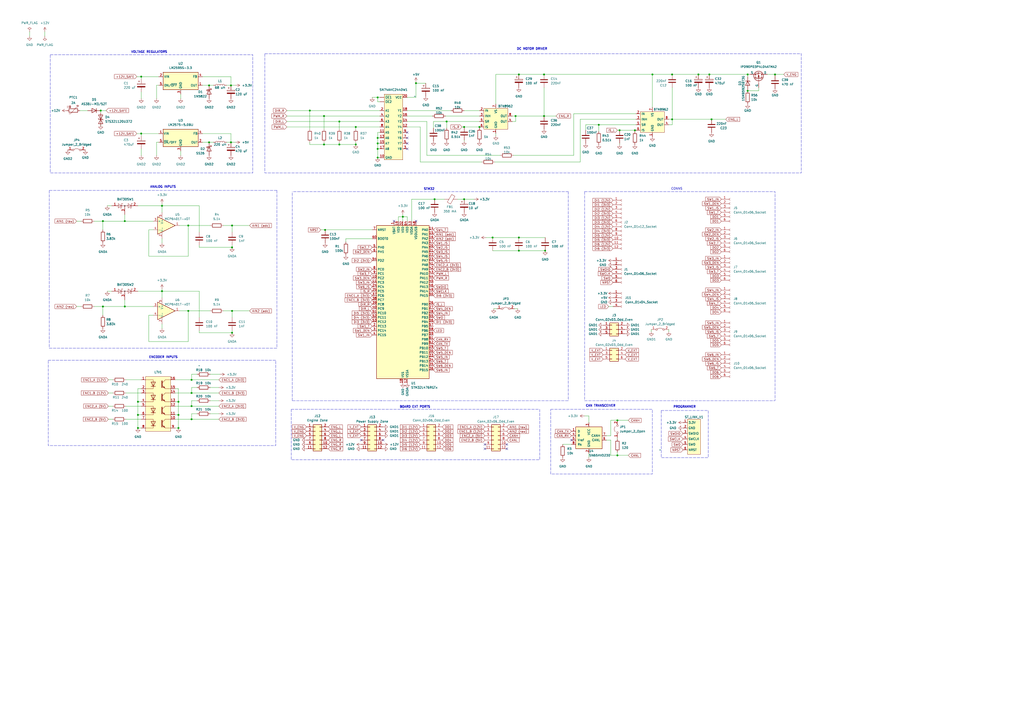
<source format=kicad_sch>
(kicad_sch (version 20250114) (generator "eeschema") (generator_version "9.0")
  (paper "A2")
  (title_block (title "Microcontroller-based Row Seeder Controller") (date "2025-03-09") (rev "7") (company "Krzysztof Tomicki"))
  (rectangle (start 153.67 31.115) (end 464.82 100.33) (stroke (width 0) (type dash)))
  (rectangle (start 383.54 238.125) (end 410.845 265.43) (stroke (width 0) (type dash)))
  (rectangle (start 319.405 237.49) (end 378.46 274.955) (stroke (width 0) (type dash)))
  (rectangle (start 168.91 237.49) (end 313.055 266.7) (stroke (width 0) (type dash)))
  (rectangle (start 29.21 31.75) (end 146.685 100.33) (stroke (width 0) (type dash)))
  (rectangle (start 339.09 111.125) (end 449.58 232.41) (stroke (width 0) (type dash)))
  (rectangle (start 27.94 208.915) (end 160.02 258.445) (stroke (width 0) (type dash)))
  (text "DC MOTOR DRIVER" (at 299.72 29.21 0) (effects (font (size 1.27 1.27) (bold yes)) (justify left bottom)))
  (text "CONNS\n\n" (at 389.255 112.395 0) (effects (font (size 1.27 1.27)) (justify left bottom)))
  (text "PROGRAMMER\n" (at 390.525 236.855 0) (effects (font (size 1.27 1.27) (thickness 0.254) (bold yes)) (justify left bottom)))
  (text "CAN TRANSCEIVER\n" (at 339.725 236.22 0) (effects (font (size 1.27 1.27) (bold yes)) (justify left bottom)))
  (text "ANALOG INPUTS\n" (at 86.995 109.22 0) (effects (font (size 1.27 1.27) (thickness 0.254) (bold yes)) (justify left bottom)))
  (text "BOARD EXT PORTS" (at 231.775 236.855 0) (effects (font (size 1.27 1.27) (thickness 0.254) (bold yes)) (justify left bottom)))
  (text "ENCODER INPUTS" (at 86.36 208.026 0) (effects (font (size 1.27 1.27) (bold yes)) (justify left bottom)))
  (text "STM32" (at 245.745 110.49 0) (effects (font (size 1.27 1.27) (thickness 0.254) (bold yes)) (justify left bottom)))
  (text "VOLTAGE REGULATORS" (at 75.946 30.988 0) (effects (font (size 1.27 1.27) (bold yes)) (justify left bottom)))
  (junction (at 411.48 43.18))
  (junction (at 449.58 43.18))
  (junction (at 134.62 180.34))
  (junction (at 278.13 73.66))
  (junction (at 59.69 177.8))
  (junction (at 269.24 115.57))
  (junction (at 80.01 248.285))
  (junction (at 433.705 52.705))
  (junction (at 252.095 115.57))
  (junction (at 300.99 145.415))
  (junction (at 269.24 73.66))
  (junction (at 121.285 49.53))
  (junction (at 72.39 128.27))
  (junction (at 111.125 243.205))
  (junction (at 133.985 82.55))
  (junction (at 188.595 133.35))
  (junction (at 93.98 119.38))
  (junction (at 80.01 240.665))
  (junction (at 206.375 73.66))
  (junction (at 433.705 43.18))
  (junction (at 58.42 64.135))
  (junction (at 103.505 233.045))
  (junction (at 259.08 70.485))
  (junction (at 219.075 80.01))
  (junction (at 358.14 264.16))
  (junction (at 241.3 48.26))
  (junction (at 196.85 83.82))
  (junction (at 72.39 177.8))
  (junction (at 315.595 43.18))
  (junction (at 109.22 180.34))
  (junction (at 121.285 82.55))
  (junction (at 219.075 86.36))
  (junction (at 59.69 128.27))
  (junction (at 219.075 56.515))
  (junction (at 179.705 64.135))
  (junction (at 111.125 227.965))
  (junction (at 187.96 67.31))
  (junction (at 81.915 44.45))
  (junction (at 81.915 77.47))
  (junction (at 405.13 43.18))
  (junction (at 389.89 43.18))
  (junction (at 134.62 143.51))
  (junction (at 196.85 70.485))
  (junction (at 285.75 137.795))
  (junction (at 315.595 67.31))
  (junction (at 206.375 83.82))
  (junction (at 378.46 43.18))
  (junction (at 80.01 233.045))
  (junction (at 133.985 49.53))
  (junction (at 358.14 243.84))
  (junction (at 316.23 145.415))
  (junction (at 219.075 91.44))
  (junction (at 111.125 220.345))
  (junction (at 187.96 83.82))
  (junction (at 347.345 72.39))
  (junction (at 300.99 43.18))
  (junction (at 219.075 83.185))
  (junction (at 368.3 75.565))
  (junction (at 111.125 235.585))
  (junction (at 93.98 168.91))
  (junction (at 299.085 67.31))
  (junction (at 103.505 240.665))
  (junction (at 233.68 125.73))
  (junction (at 134.62 193.04))
  (junction (at 412.75 69.215))
  (junction (at 359.41 75.565))
  (junction (at 389.89 69.215))
  (junction (at 109.22 130.81))
  (junction (at 300.99 137.795))
  (junction (at 134.62 130.81))
  (junction (at 103.505 248.285))
  (no_connect (at 236.22 76.835))
  (no_connect (at 236.22 86.36))
  (no_connect (at 228.6 128.27))
  (no_connect (at 281.305 257.81))
  (no_connect (at 209.55 255.27))
  (no_connect (at 241.3 128.27))
  (no_connect (at 331.47 255.27))
  (no_connect (at 236.22 83.185))
  (no_connect (at 236.22 80.01))
  (no_connect (at 281.305 260.35))
  (no_connect (at 294.005 260.35))
  (no_connect (at 294.005 257.81))
  (no_connect (at 222.25 255.27))
  (wire (pts (xy 81.915 225.425) (xy 80.01 225.425)))
  (wire (pts (xy 433.705 43.18) (xy 433.705 44.45)))
  (wire (pts (xy 111.125 220.345) (xy 127 220.345)))
  (wire (pts (xy 269.24 115.57) (xy 265.43 115.57)))
  (wire (pts (xy 278.13 74.295) (xy 278.13 73.66)))
  (wire (pts (xy 368.3 76.2) (xy 368.3 75.565)))
  (wire (pts (xy 129.54 130.81) (xy 134.62 130.81)))
  (wire (pts (xy 368.935 72.39) (xy 347.345 72.39)))
  (wire (pts (xy 166.37 73.66) (xy 206.375 73.66)))
  (wire (pts (xy 220.345 91.44) (xy 219.075 91.44)))
  (wire (pts (xy 134.62 193.04) (xy 134.62 191.77)))
  (wire (pts (xy 101.6 240.665) (xy 103.505 240.665)))
  (wire (pts (xy 121.92 240.03) (xy 127 240.03)))
  (wire (pts (xy 109.22 198.12) (xy 109.22 180.34)))
  (wire (pts (xy 247.65 90.17) (xy 290.195 90.17)))
  (wire (pts (xy 354.33 264.16) (xy 358.14 264.16)))
  (polyline (pts (xy 160.655 110.49) (xy 28.575 110.49)) (stroke (width 0) (type dash)))
  (wire (pts (xy 131.445 49.53) (xy 133.985 49.53)))
  (polyline (pts (xy 329.565 111.125) (xy 329.565 232.41)) (stroke (width 0) (type dash)))
  (wire (pts (xy 54.61 128.27) (xy 59.69 128.27)))
  (wire (pts (xy 354.33 252.73) (xy 354.33 243.84)))
  (wire (pts (xy 359.41 83.82) (xy 359.41 83.185)))
  (wire (pts (xy 179.705 82.55) (xy 179.705 83.82)))
  (wire (pts (xy 433.705 52.705) (xy 433.705 52.07)))
  (wire (pts (xy 267.97 73.66) (xy 269.24 73.66)))
  (wire (pts (xy 62.865 227.965) (xy 65.405 227.965)))
  (wire (pts (xy 339.09 241.3) (xy 341.63 241.3)))
  (wire (pts (xy 117.475 77.47) (xy 133.985 77.47)))
  (wire (pts (xy 196.85 70.485) (xy 196.85 74.93)))
  (wire (pts (xy 297.815 90.17) (xy 332.74 90.17)))
  (wire (pts (xy 251.46 70.485) (xy 251.46 74.295)))
  (wire (pts (xy 389.89 69.215) (xy 412.75 69.215)))
  (wire (pts (xy 187.96 67.31) (xy 187.96 74.93)))
  (wire (pts (xy 103.505 240.665) (xy 103.505 248.285)))
  (wire (pts (xy 81.915 44.45) (xy 92.075 44.45)))
  (wire (pts (xy 133.985 82.55) (xy 136.525 82.55)))
  (wire (pts (xy 121.92 232.41) (xy 127 232.41)))
  (wire (pts (xy 129.54 180.34) (xy 134.62 180.34)))
  (wire (pts (xy 114.3 240.03) (xy 111.125 240.03)))
  (wire (pts (xy 81.915 78.74) (xy 81.915 77.47)))
  (wire (pts (xy 103.505 233.045) (xy 103.505 240.665)))
  (wire (pts (xy 341.63 265.43) (xy 341.63 262.89)))
  (wire (pts (xy 378.46 43.18) (xy 389.89 43.18)))
  (wire (pts (xy 115.57 191.77) (xy 115.57 193.04)))
  (wire (pts (xy 339.725 72.39) (xy 339.725 75.565)))
  (wire (pts (xy 368.3 75.565) (xy 368.935 75.565)))
  (wire (pts (xy 59.69 177.8) (xy 59.69 182.88)))
  (wire (pts (xy 80.01 240.665) (xy 80.01 248.285)))
  (wire (pts (xy 187.96 82.55) (xy 187.96 83.82)))
  (wire (pts (xy 347.345 72.39) (xy 347.345 76.2)))
  (wire (pts (xy 286.385 179.07) (xy 288.29 179.07)))
  (wire (pts (xy 238.76 115.57) (xy 238.76 128.27)))
  (wire (pts (xy 115.57 142.24) (xy 115.57 143.51)))
  (wire (pts (xy 86.36 133.35) (xy 86.36 148.59)))
  (wire (pts (xy 179.705 64.135) (xy 220.345 64.135)))
  (wire (pts (xy 219.075 56.515) (xy 219.075 59.055)))
  (wire (pts (xy 117.475 44.45) (xy 133.985 44.45)))
  (wire (pts (xy 287.02 93.98) (xy 336.55 93.98)))
  (wire (pts (xy 133.985 49.53) (xy 136.525 49.53)))
  (wire (pts (xy 62.23 119.38) (xy 64.77 119.38)))
  (wire (pts (xy 236.22 73.66) (xy 243.84 73.66)))
  (wire (pts (xy 73.025 235.585) (xy 81.915 235.585)))
  (wire (pts (xy 81.915 53.34) (xy 81.915 57.15)))
  (wire (pts (xy 315.595 67.31) (xy 322.58 67.31)))
  (wire (pts (xy 236.22 125.73) (xy 236.22 128.27)))
  (wire (pts (xy 336.55 69.215) (xy 368.935 69.215)))
  (wire (pts (xy 332.74 90.17) (xy 332.74 66.04)))
  (wire (pts (xy 73.025 220.345) (xy 81.915 220.345)))
  (polyline (pts (xy 170.18 111.125) (xy 172.72 111.125)) (stroke (width 0) (type dash)))
  (wire (pts (xy 359.41 75.565) (xy 368.3 75.565)))
  (wire (pts (xy 62.865 243.205) (xy 65.405 243.205)))
  (wire (pts (xy 101.6 235.585) (xy 111.125 235.585)))
  (wire (pts (xy 104.775 87.63) (xy 104.775 90.17)))
  (wire (pts (xy 188.595 133.35) (xy 215.9 133.35)))
  (wire (pts (xy 285.75 145.415) (xy 300.99 145.415)))
  (wire (pts (xy 166.37 70.485) (xy 196.85 70.485)))
  (wire (pts (xy 117.475 49.53) (xy 121.285 49.53)))
  (wire (pts (xy 243.84 93.98) (xy 279.4 93.98)))
  (wire (pts (xy 440.055 52.705) (xy 433.705 52.705)))
  (wire (pts (xy 115.57 134.62) (xy 115.57 119.38)))
  (wire (pts (xy 332.74 66.04) (xy 368.935 66.04)))
  (wire (pts (xy 111.125 217.17) (xy 111.125 220.345)))
  (wire (pts (xy 351.79 255.27) (xy 354.33 255.27)))
  (wire (pts (xy 109.22 180.34) (xy 121.92 180.34)))
  (wire (pts (xy 219.075 83.185) (xy 219.075 80.01)))
  (wire (pts (xy 300.99 145.415) (xy 316.23 145.415)))
  (polyline (pts (xy 222.25 232.41) (xy 224.79 232.41)) (stroke (width 0) (type dash)))
  (wire (pts (xy 200.66 138.43) (xy 215.9 138.43)))
  (wire (pts (xy 336.55 93.98) (xy 336.55 69.215)))
  (wire (pts (xy 299.085 67.31) (xy 315.595 67.31)))
  (wire (pts (xy 257.81 115.57) (xy 252.095 115.57)))
  (wire (pts (xy 115.57 193.04) (xy 134.62 193.04)))
  (wire (pts (xy 358.14 243.84) (xy 364.49 243.84)))
  (wire (pts (xy 73.025 243.205) (xy 81.915 243.205)))
  (wire (pts (xy 115.57 184.15) (xy 115.57 168.91)))
  (wire (pts (xy 387.985 69.215) (xy 389.89 69.215)))
  (wire (pts (xy 449.58 43.815) (xy 449.58 43.18)))
  (wire (pts (xy 220.345 86.36) (xy 219.075 86.36)))
  (wire (pts (xy 111.125 227.965) (xy 127 227.965)))
  (wire (pts (xy 445.135 43.18) (xy 449.58 43.18)))
  (wire (pts (xy 81.915 77.47) (xy 92.075 77.47)))
  (wire (pts (xy 281.94 137.795) (xy 285.75 137.795)))
  (wire (pts (xy 121.285 49.53) (xy 123.825 49.53)))
  (wire (pts (xy 219.075 80.01) (xy 220.345 80.01)))
  (wire (pts (xy 233.68 125.73) (xy 233.68 128.27)))
  (wire (pts (xy 93.98 140.97) (xy 93.98 138.43)))
  (wire (pts (xy 134.62 130.81) (xy 144.78 130.81)))
  (wire (pts (xy 411.48 43.18) (xy 405.13 43.18)))
  (wire (pts (xy 111.125 240.03) (xy 111.125 243.205)))
  (wire (pts (xy 72.39 177.8) (xy 88.9 177.8)))
  (wire (pts (xy 101.6 220.345) (xy 111.125 220.345)))
  (wire (pts (xy 109.22 130.81) (xy 121.92 130.81)))
  (wire (pts (xy 72.39 128.27) (xy 88.9 128.27)))
  (wire (pts (xy 236.22 67.31) (xy 250.825 67.31)))
  (wire (pts (xy 86.36 148.59) (xy 109.22 148.59)))
  (wire (pts (xy 44.45 177.8) (xy 46.99 177.8)))
  (wire (pts (xy 59.69 128.27) (xy 72.39 128.27)))
  (wire (pts (xy 200.66 140.335) (xy 200.66 138.43)))
  (wire (pts (xy 196.85 82.55) (xy 196.85 83.82)))
  (wire (pts (xy 326.39 257.81) (xy 331.47 257.81)))
  (wire (pts (xy 134.62 180.34) (xy 144.78 180.34)))
  (wire (pts (xy 104.14 130.81) (xy 109.22 130.81)))
  (wire (pts (xy 46.355 64.135) (xy 50.8 64.135)))
  (wire (pts (xy 220.345 73.66) (xy 206.375 73.66)))
  (wire (pts (xy 93.98 167.64) (xy 93.98 168.91)))
  (wire (pts (xy 236.22 56.515) (xy 241.3 56.515)))
  (wire (pts (xy 421.005 69.215) (xy 412.75 69.215)))
  (wire (pts (xy 389.89 43.18) (xy 405.13 43.18)))
  (wire (pts (xy 186.055 133.35) (xy 188.595 133.35)))
  (wire (pts (xy 93.98 190.5) (xy 93.98 187.96)))
  (wire (pts (xy 241.3 56.515) (xy 241.3 48.26)))
  (wire (pts (xy 80.01 168.91) (xy 93.98 168.91)))
  (wire (pts (xy 80.01 248.285) (xy 81.915 248.285)))
  (wire (pts (xy 300.99 43.18) (xy 315.595 43.18)))
  (wire (pts (xy 104.14 180.34) (xy 109.22 180.34)))
  (wire (pts (xy 269.24 81.915) (xy 269.24 81.28)))
  (wire (pts (xy 121.285 82.55) (xy 123.825 82.55)))
  (wire (pts (xy 315.595 43.18) (xy 378.46 43.18)))
  (wire (pts (xy 269.24 64.135) (xy 278.13 64.135)))
  (wire (pts (xy 80.01 233.045) (xy 80.01 240.665)))
  (wire (pts (xy 258.445 67.31) (xy 278.13 67.31)))
  (wire (pts (xy 358.14 264.16) (xy 358.14 262.255)))
  (wire (pts (xy 79.375 77.47) (xy 81.915 77.47)))
  (wire (pts (xy 297.18 70.485) (xy 299.085 70.485)))
  (wire (pts (xy 449.58 43.18) (xy 454.66 43.18)))
  (wire (pts (xy 433.705 43.18) (xy 434.975 43.18)))
  (wire (pts (xy 243.84 73.66) (xy 243.84 93.98)))
  (wire (pts (xy 111.125 235.585) (xy 127 235.585)))
  (wire (pts (xy 62.865 220.345) (xy 65.405 220.345)))
  (wire (pts (xy 299.085 67.31) (xy 297.18 67.31)))
  (polyline (pts (xy 160.655 110.49) (xy 160.655 201.93)) (stroke (width 0) (type dash)))
  (wire (pts (xy 90.805 49.53) (xy 90.805 57.15)))
  (wire (pts (xy 58.42 65.405) (xy 58.42 64.135)))
  (wire (pts (xy 241.3 48.26) (xy 241.3 47.625)))
  (wire (pts (xy 220.345 70.485) (xy 196.85 70.485)))
  (wire (pts (xy 93.98 118.11) (xy 93.98 119.38)))
  (wire (pts (xy 215.9 56.515) (xy 219.075 56.515)))
  (wire (pts (xy 101.6 233.045) (xy 103.505 233.045)))
  (wire (pts (xy 440.055 50.8) (xy 440.055 52.705)))
  (wire (pts (xy 121.92 224.79) (xy 127 224.79)))
  (wire (pts (xy 241.3 48.26) (xy 247.015 48.26)))
  (wire (pts (xy 81.915 45.72) (xy 81.915 44.45)))
  (wire (pts (xy 134.62 143.51) (xy 134.62 142.24)))
  (wire (pts (xy 59.69 177.8) (xy 72.39 177.8)))
  (wire (pts (xy 358.14 264.16) (xy 364.49 264.16)))
  (wire (pts (xy 121.92 217.17) (xy 127.635 217.17)))
  (wire (pts (xy 59.69 128.27) (xy 59.69 133.35)))
  (wire (pts (xy 351.79 252.73) (xy 354.33 252.73)))
  (wire (pts (xy 259.08 70.485) (xy 251.46 70.485)))
  (wire (pts (xy 101.6 243.205) (xy 111.125 243.205)))
  (wire (pts (xy 353.06 177.8) (xy 355.6 177.8)))
  (wire (pts (xy 387.985 72.39) (xy 389.89 72.39)))
  (polyline (pts (xy 28.575 110.49) (xy 28.575 201.93)) (stroke (width 0) (type dash)))
  (wire (pts (xy 278.13 70.485) (xy 259.08 70.485)))
  (wire (pts (xy 104.775 57.15) (xy 104.775 54.61)))
  (wire (pts (xy 387.985 192.405) (xy 387.985 191.135)))
  (wire (pts (xy 269.24 73.66) (xy 278.13 73.66)))
  (wire (pts (xy 220.345 67.31) (xy 187.96 67.31)))
  (wire (pts (xy 101.6 225.425) (xy 103.505 225.425)))
  (wire (pts (xy 179.705 64.135) (xy 179.705 74.93)))
  (wire (pts (xy 81.915 86.36) (xy 81.915 90.17)))
  (wire (pts (xy 17.145 18.415) (xy 17.145 20.955)))
  (wire (pts (xy 236.22 70.485) (xy 247.65 70.485)))
  (wire (pts (xy 80.01 233.045) (xy 81.915 233.045)))
  (wire (pts (xy 389.89 50.8) (xy 389.89 69.215)))
  (wire (pts (xy 109.22 148.59) (xy 109.22 130.81)))
  (wire (pts (xy 378.46 43.18) (xy 378.46 62.23)))
  (wire (pts (xy 231.14 125.73) (xy 233.68 125.73)))
  (wire (pts (xy 231.14 128.27) (xy 231.14 125.73)))
  (wire (pts (xy 26.035 18.415) (xy 26.035 20.955)))
  (wire (pts (xy 79.375 44.45) (xy 81.915 44.45)))
  (wire (pts (xy 259.08 70.485) (xy 259.08 74.295)))
  (wire (pts (xy 236.22 64.135) (xy 261.62 64.135)))
  (wire (pts (xy 233.68 124.46) (xy 233.68 125.73)))
  (wire (pts (xy 111.125 217.17) (xy 114.3 217.17)))
  (wire (pts (xy 133.985 44.45) (xy 133.985 49.53)))
  (wire (pts (xy 134.62 180.34) (xy 134.62 184.15)))
  (wire (pts (xy 86.36 182.88) (xy 86.36 198.12)))
  (wire (pts (xy 115.57 168.91) (xy 93.98 168.91)))
  (polyline (pts (xy 172.72 111.125) (xy 329.565 111.125)) (stroke (width 0) (type dash)))
  (wire (pts (xy 86.36 198.12) (xy 109.22 198.12)))
  (wire (pts (xy 58.42 64.135) (xy 61.595 64.135)))
  (wire (pts (xy 166.37 67.31) (xy 187.96 67.31)))
  (wire (pts (xy 90.805 49.53) (xy 92.075 49.53)))
  (wire (pts (xy 219.075 76.835) (xy 219.075 80.01)))
  (wire (pts (xy 358.14 75.565) (xy 359.41 75.565)))
  (wire (pts (xy 90.805 82.55) (xy 92.075 82.55)))
  (wire (pts (xy 287.655 78.74) (xy 287.655 77.47)))
  (wire (pts (xy 300.355 179.07) (xy 298.45 179.07)))
  (wire (pts (xy 72.39 124.46) (xy 72.39 128.27)))
  (wire (pts (xy 58.42 73.025) (xy 58.42 72.39)))
  (wire (pts (xy 114.3 224.79) (xy 111.125 224.79)))
  (wire (pts (xy 389.89 69.215) (xy 389.89 72.39)))
  (wire (pts (xy 88.9 133.35) (xy 86.36 133.35)))
  (wire (pts (xy 115.57 143.51) (xy 134.62 143.51)))
  (wire (pts (xy 247.65 70.485) (xy 247.65 90.17)))
  (polyline (pts (xy 28.575 201.93) (xy 160.655 201.93)) (stroke (width 0) (type dash)))
  (wire (pts (xy 111.125 243.205) (xy 127 243.205)))
  (wire (pts (xy 196.85 83.82) (xy 206.375 83.82)))
  (wire (pts (xy 62.23 168.91) (xy 64.77 168.91)))
  (wire (pts (xy 233.68 125.73) (xy 236.22 125.73)))
  (wire (pts (xy 103.505 225.425) (xy 103.505 233.045)))
  (wire (pts (xy 220.345 56.515) (xy 219.075 56.515)))
  (wire (pts (xy 80.01 119.38) (xy 93.98 119.38)))
  (wire (pts (xy 287.655 43.18) (xy 300.99 43.18)))
  (wire (pts (xy 219.075 91.44) (xy 219.075 86.36)))
  (wire (pts (xy 103.505 248.285) (xy 101.6 248.285)))
  (wire (pts (xy 81.915 240.665) (xy 80.01 240.665)))
  (wire (pts (xy 300.99 137.795) (xy 316.23 137.795)))
  (wire (pts (xy 111.125 224.79) (xy 111.125 227.965)))
  (wire (pts (xy 117.475 82.55) (xy 121.285 82.55)))
  (wire (pts (xy 187.96 83.82) (xy 196.85 83.82)))
  (wire (pts (xy 179.705 83.82) (xy 187.96 83.82)))
  (wire (pts (xy 111.125 232.41) (xy 111.125 235.585)))
  (wire (pts (xy 114.3 232.41) (xy 111.125 232.41)))
  (polyline (pts (xy 221.615 232.41) (xy 169.545 232.41)) (stroke (width 0) (type dash)))
  (wire (pts (xy 341.63 241.3) (xy 341.63 245.11)))
  (wire (pts (xy 115.57 119.38) (xy 93.98 119.38)))
  (wire (pts (xy 269.24 115.57) (xy 274.955 115.57)))
  (wire (pts (xy 252.095 115.57) (xy 238.76 115.57)))
  (wire (pts (xy 134.62 130.81) (xy 134.62 134.62)))
  (wire (pts (xy 287.655 60.325) (xy 287.655 43.18)))
  (polyline (pts (xy 169.545 232.41) (xy 169.545 111.125)) (stroke (width 0) (type dash)))
  (wire (pts (xy 44.45 128.27) (xy 46.99 128.27)))
  (wire (pts (xy 285.75 137.795) (xy 300.99 137.795)))
  (wire (pts (xy 206.375 73.66) (xy 206.375 74.93)))
  (wire (pts (xy 299.085 70.485) (xy 299.085 67.31)))
  (wire (pts (xy 219.075 76.835) (xy 220.345 76.835)))
  (wire (pts (xy 220.345 83.185) (xy 219.075 83.185)))
  (wire (pts (xy 377.825 192.405) (xy 377.825 191.135)))
  (wire (pts (xy 90.805 82.55) (xy 90.805 90.17)))
  (wire (pts (xy 354.33 243.84) (xy 358.14 243.84)))
  (wire (pts (xy 131.445 82.55) (xy 133.985 82.55)))
  (wire (pts (xy 72.39 173.99) (xy 72.39 177.8)))
  (wire (pts (xy 219.075 86.36) (xy 219.075 83.185)))
  (polyline (pts (xy 220.98 232.41) (xy 221.615 232.41)) (stroke (width 0) (type dash)))
  (wire (pts (xy 73.025 227.965) (xy 81.915 227.965)))
  (wire (pts (xy 88.9 182.88) (xy 86.36 182.88)))
  (wire (pts (xy 93.98 119.38) (xy 93.98 123.19)))
  (wire (pts (xy 166.37 64.135) (xy 179.705 64.135)))
  (wire (pts (xy 101.6 227.965) (xy 111.125 227.965)))
  (wire (pts (xy 358.14 254) (xy 358.14 254.635)))
  (wire (pts (xy 54.61 177.8) (xy 59.69 177.8)))
  (wire (pts (xy 206.375 83.82) (xy 206.375 82.55)))
  (wire (pts (xy 133.985 77.47) (xy 133.985 82.55)))
  (wire (pts (xy 339.725 72.39) (xy 347.345 72.39)))
  (wire (pts (xy 315.595 50.8) (xy 315.595 67.31)))
  (wire (pts (xy 80.01 225.425) (xy 80.01 233.045)))
  (wire (pts (xy 411.48 43.18) (xy 433.705 43.18)))
  (wire (pts (xy 354.33 255.27) (xy 354.33 264.16)))
  (polyline (pts (xy 329.565 232.41) (xy 224.79 232.41)) (stroke (width 0) (type dash)))
  (wire (pts (xy 62.865 235.585) (xy 65.405 235.585)))
  (wire (pts (xy 219.075 59.055) (xy 220.345 59.055)))
  (wire (pts (xy 93.98 168.91) (xy 93.98 172.72)))
  (global_label "DIR_R" (shape input) (at 215.9 176.53 180) (property "Intersheetrefs" "${INTERSHEET_REFS}" (effects (hide yes))))
  (global_label "V_ENG" (shape input) (at 177.8 252.73 180) (property "Intersheetrefs" "${INTERSHEET_REFS}" (effects (hide yes))))
  (global_label "DI2 (12V)" (shape input) (at 355.6 121.285 180) (property "Intersheetrefs" "${INTERSHEET_REFS}" (effects (hide yes))))
  (global_label "SW4_DEN" (shape input) (at 251.46 179.07 0) (property "Intersheetrefs" "${INTERSHEET_REFS}" (effects (hide yes))))
  (global_label "DO5" (shape input) (at 418.465 197.485 180) (property "Intersheetrefs" "${INTERSHEET_REFS}" (effects (hide yes))))
  (global_label "SW4_DEN" (shape input) (at 418.465 170.815 180) (property "Intersheetrefs" "${INTERSHEET_REFS}" (effects (hide yes))))
  (global_label "IS_R" (shape input) (at 267.97 73.66 180) (property "Intersheetrefs" "${INTERSHEET_REFS}" (effects (hide yes))))
  (global_label "CANH" (shape input) (at 294.005 252.73 0) (property "Intersheetrefs" "${INTERSHEET_REFS}" (effects (hide yes))))
  (global_label "DO3" (shape input) (at 418.465 160.02 180) (property "Intersheetrefs" "${INTERSHEET_REFS}" (effects (hide yes))))
  (global_label "SW5_DEN" (shape input) (at 418.465 189.865 180) (property "Intersheetrefs" "${INTERSHEET_REFS}" (effects (hide yes))))
  (global_label "ENC2_B (3V3)" (shape input) (at 251.46 156.21 0) (property "Intersheetrefs" "${INTERSHEET_REFS}" (effects (hide yes))))
  (global_label "SW4_T" (shape input) (at 418.465 175.895 180) (property "Intersheetrefs" "${INTERSHEET_REFS}" (effects (hide yes))))
  (global_label "DI3 (3V3)" (shape input) (at 355.6 128.905 180) (property "Intersheetrefs" "${INTERSHEET_REFS}" (effects (hide yes))))
  (global_label "SW5_DEN" (shape input) (at 251.46 204.47 0) (property "Intersheetrefs" "${INTERSHEET_REFS}" (effects (hide yes))))
  (global_label "SWCLK" (shape input) (at 251.46 168.91 0) (property "Intersheetrefs" "${INTERSHEET_REFS}" (effects (hide yes))))
  (global_label "DI3 (12V)" (shape input) (at 243.84 252.73 180) (property "Intersheetrefs" "${INTERSHEET_REFS}" (effects (hide yes))))
  (global_label "DIR_R" (shape input) (at 166.37 64.135 180) (property "Intersheetrefs" "${INTERSHEET_REFS}" (effects (hide yes))))
  (global_label "PWM_R" (shape input) (at 251.46 161.29 0) (property "Intersheetrefs" "${INTERSHEET_REFS}" (effects (hide yes))))
  (global_label "SW5_IN" (shape input) (at 251.46 207.01 0) (property "Intersheetrefs" "${INTERSHEET_REFS}" (effects (hide yes))))
  (global_label "LED" (shape input) (at 251.46 191.77 0) (property "Intersheetrefs" "${INTERSHEET_REFS}" (effects (hide yes))))
  (global_label "SW3_T" (shape input) (at 418.465 157.48 180) (property "Intersheetrefs" "${INTERSHEET_REFS}" (effects (hide yes))))
  (global_label "SW1_DEN" (shape input) (at 418.465 118.11 180) (property "Intersheetrefs" "${INTERSHEET_REFS}" (effects (hide yes))))
  (global_label "ENG_L" (shape input) (at 190.5 252.73 0) (property "Intersheetrefs" "${INTERSHEET_REFS}" (effects (hide yes))))
  (global_label "NRST" (shape input) (at 186.055 133.35 180) (property "Intersheetrefs" "${INTERSHEET_REFS}" (effects (hide yes))))
  (global_label "DI1 (12V)" (shape input) (at 355.6 116.205 180) (property "Intersheetrefs" "${INTERSHEET_REFS}" (effects (hide yes))))
  (global_label "ENG_L" (shape input) (at 190.5 250.19 0) (property "Intersheetrefs" "${INTERSHEET_REFS}" (effects (hide yes))))
  (global_label "AIN2 (adc)" (shape input) (at 251.46 138.43 0) (property "Intersheetrefs" "${INTERSHEET_REFS}" (effects (hide yes))))
  (global_label "DIR_L" (shape input) (at 215.9 179.07 180) (property "Intersheetrefs" "${INTERSHEET_REFS}" (effects (hide yes))))
  (global_label "DO6" (shape input) (at 418.465 215.9 180) (property "Intersheetrefs" "${INTERSHEET_REFS}" (effects (hide yes))))
  (global_label "DO3" (shape input) (at 418.465 162.56 180) (property "Intersheetrefs" "${INTERSHEET_REFS}" (effects (hide yes))))
  (global_label "DO3" (shape input) (at 256.54 252.73 0) (property "Intersheetrefs" "${INTERSHEET_REFS}" (effects (hide yes))))
  (global_label "IS_L" (shape input) (at 251.46 176.53 0) (property "Intersheetrefs" "${INTERSHEET_REFS}" (effects (hide yes))))
  (global_label "SW6_DEN" (shape input) (at 418.465 208.28 180) (property "Intersheetrefs" "${INTERSHEET_REFS}" (effects (hide yes))))
  (global_label "DI2 (3V3)" (shape input) (at 355.6 123.825 180) (property "Intersheetrefs" "${INTERSHEET_REFS}" (effects (hide yes))))
  (global_label "SWCLK" (shape input) (at 355.6 158.75 180) (property "Intersheetrefs" "${INTERSHEET_REFS}" (effects (hide yes))))
  (global_label "ENC2_A (3V3)" (shape input) (at 251.46 153.67 0) (property "Intersheetrefs" "${INTERSHEET_REFS}" (effects (hide yes))))
  (global_label "SW1_IN" (shape input) (at 418.465 115.57 180) (property "Intersheetrefs" "${INTERSHEET_REFS}" (effects (hide yes))))
  (global_label "DO2" (shape input) (at 418.465 146.05 180) (property "Intersheetrefs" "${INTERSHEET_REFS}" (effects (hide yes))))
  (global_label "V_EXT" (shape input) (at 362.585 208.28 0) (property "Intersheetrefs" "${INTERSHEET_REFS}" (effects (hide yes))))
  (global_label "DI3 (12V)" (shape input) (at 355.6 126.365 180) (property "Intersheetrefs" "${INTERSHEET_REFS}" (effects (hide yes))))
  (global_label "SW4_T" (shape input) (at 251.46 133.35 0) (property "Intersheetrefs" "${INTERSHEET_REFS}" (effects (hide yes))))
  (global_label "PWM_L" (shape input) (at 166.37 73.66 180) (property "Intersheetrefs" "${INTERSHEET_REFS}" (effects (hide yes))))
  (global_label "SW1_IS" (shape input) (at 251.46 140.97 0) (property "Intersheetrefs" "${INTERSHEET_REFS}" (effects (hide yes))))
  (global_label "DO4" (shape input) (at 256.54 255.27 0) (property "Intersheetrefs" "${INTERSHEET_REFS}" (effects (hide yes))))
  (global_label "DO5" (shape input) (at 256.54 257.81 0) (property "Intersheetrefs" "${INTERSHEET_REFS}" (effects (hide yes))))
  (global_label "SWO" (shape input) (at 251.46 184.15 0) (property "Intersheetrefs" "${INTERSHEET_REFS}" (effects (hide yes))))
  (global_label "+12V_SAFE" (shape input) (at 79.375 44.45 180) (property "Intersheetrefs" "${INTERSHEET_REFS}" (effects (hide yes))))
  (global_label "SW1_IN" (shape input) (at 215.9 194.31 180) (property "Intersheetrefs" "${INTERSHEET_REFS}" (effects (hide yes))))
  (global_label "SW2_IS" (shape input) (at 251.46 143.51 0) (property "Intersheetrefs" "${INTERSHEET_REFS}" (effects (hide yes))))
  (global_label "SWO" (shape input) (at 355.6 161.29 180) (property "Intersheetrefs" "${INTERSHEET_REFS}" (effects (hide yes))))
  (global_label "SW4_IS" (shape input) (at 251.46 148.59 0) (property "Intersheetrefs" "${INTERSHEET_REFS}" (effects (hide yes))))
  (global_label "ENC1_A (12V)" (shape input) (at 62.865 220.345 180) (property "Intersheetrefs" "${INTERSHEET_REFS}" (effects (hide yes))))
  (global_label "DI1 (3V3)" (shape input) (at 251.46 186.69 0) (property "Intersheetrefs" "${INTERSHEET_REFS}" (effects (hide yes))))
  (global_label "ENC2_A (5V)" (shape input) (at 281.305 252.73 180) (property "Intersheetrefs" "${INTERSHEET_REFS}" (effects (hide yes))))
  (global_label "AIN1 (adc)" (shape input) (at 144.78 130.81 0) (property "Intersheetrefs" "${INTERSHEET_REFS}" (effects (hide yes))))
  (global_label "SW3_IN" (shape input) (at 418.465 149.86 180) (property "Intersheetrefs" "${INTERSHEET_REFS}" (effects (hide yes))))
  (global_label "DI5 (12V)" (shape input) (at 243.84 257.81 180) (property "Intersheetrefs" "${INTERSHEET_REFS}" (effects (hide yes))))
  (global_label "ENC1_B (3V3)" (shape input) (at 215.9 173.99 180) (property "Intersheetrefs" "${INTERSHEET_REFS}" (effects (hide yes))))
  (global_label "SWDIO" (shape input) (at 355.6 156.21 180) (property "Intersheetrefs" "${INTERSHEET_REFS}" (effects (hide yes))))
  (global_label "IS_R" (shape input) (at 215.9 168.91 180) (property "Intersheetrefs" "${INTERSHEET_REFS}" (effects (hide yes))))
  (global_label "ENG_R" (shape input) (at 190.5 257.81 0) (property "Intersheetrefs" "${INTERSHEET_REFS}" (effects (hide yes))))
  (global_label "SW6_IN" (shape input) (at 251.46 214.63 0) (property "Intersheetrefs" "${INTERSHEET_REFS}" (effects (hide yes))))
  (global_label "SW5_IS" (shape input) (at 251.46 151.13 0) (property "Intersheetrefs" "${INTERSHEET_REFS}" (effects (hide yes))))
  (global_label "V_EXT" (shape input) (at 349.885 205.74 180) (property "Intersheetrefs" "${INTERSHEET_REFS}" (effects (hide yes))))
  (global_label "SW6_T" (shape input) (at 418.465 213.36 180) (property "Intersheetrefs" "${INTERSHEET_REFS}" (effects (hide yes))))
  (global_label "DI4 (3V3)" (shape input) (at 215.9 184.15 180) (property "Intersheetrefs" "${INTERSHEET_REFS}" (effects (hide yes))))
  (global_label "CANH" (shape input) (at 364.49 243.84 0) (property "Intersheetrefs" "${INTERSHEET_REFS}" (effects (hide yes))))
  (global_label "SW3_IN" (shape input) (at 215.9 163.83 180) (property "Intersheetrefs" "${INTERSHEET_REFS}" (effects (hide yes))))
  (global_label "LED" (shape input) (at 353.06 177.8 180) (property "Intersheetrefs" "${INTERSHEET_REFS}" (effects (hide yes))))
  (global_label "AIN1 (raw)" (shape input) (at 44.45 128.27 180) (property "Intersheetrefs" "${INTERSHEET_REFS}" (effects (hide yes))))
  (global_label "AIN2 (raw)" (shape input) (at 44.45 177.8 180) (property "Intersheetrefs" "${INTERSHEET_REFS}" (effects (hide yes))))
  (global_label "V_ENG" (shape input) (at 177.8 247.65 180) (property "Intersheetrefs" "${INTERSHEET_REFS}" (effects (hide yes))))
  (global_label "SW2_IN" (shape input) (at 418.465 133.35 180) (property "Intersheetrefs" "${INTERSHEET_REFS}" (effects (hide yes))))
  (global_label "DI6 (12V)" (shape input) (at 243.84 260.35 180) (property "Intersheetrefs" "${INTERSHEET_REFS}" (effects (hide yes))))
  (global_label "NRST" (shape input) (at 355.6 163.83 180) (property "Intersheetrefs" "${INTERSHEET_REFS}" (effects (hide yes))))
  (global_label "DI5 (3V3)" (shape input) (at 215.9 181.61 180) (property "Intersheetrefs" "${INTERSHEET_REFS}" (effects (hide yes))))
  (global_label "V_ENG" (shape input) (at 177.8 250.19 180) (property "Intersheetrefs" "${INTERSHEET_REFS}" (effects (hide yes))))
  (global_label "AIN1 (adc)" (shape input) (at 251.46 135.89 0) (property "Intersheetrefs" "${INTERSHEET_REFS}" (effects (hide yes))))
  (global_label "DI1 (12V)" (shape input) (at 243.84 247.65 180) (property "Intersheetrefs" "${INTERSHEET_REFS}" (effects (hide yes))))
  (global_label "ENC2_A (5V)" (shape input) (at 62.865 235.585 180) (property "Intersheetrefs" "${INTERSHEET_REFS}" (effects (hide yes))))
  (global_label "SW3_IS" (shape input) (at 251.46 146.05 0) (property "Intersheetrefs" "${INTERSHEET_REFS}" (effects (hide yes))))
  (global_label "SW5_T" (shape input) (at 418.465 194.945 180) (property "Intersheetrefs" "${INTERSHEET_REFS}" (effects (hide yes))))
  (global_label "CANL" (shape input) (at 364.49 264.16 0) (property "Intersheetrefs" "${INTERSHEET_REFS}" (effects (hide yes))))
  (global_label "PWM_L" (shape input) (at 251.46 158.75 0) (property "Intersheetrefs" "${INTERSHEET_REFS}" (effects (hide yes))))
  (global_label "V_EXT" (shape input) (at 209.55 252.73 180) (property "Intersheetrefs" "${INTERSHEET_REFS}" (effects (hide yes))))
  (global_label "DO2" (shape input) (at 256.54 250.19 0) (property "Intersheetrefs" "${INTERSHEET_REFS}" (effects (hide yes))))
  (global_label "CAN_TX" (shape input) (at 331.47 250.19 180) (property "Intersheetrefs" "${INTERSHEET_REFS}" (effects (hide yes))))
  (global_label "DI4 (12V)" (shape input) (at 243.84 255.27 180) (property "Intersheetrefs" "${INTERSHEET_REFS}" (effects (hide yes))))
  (global_label "ENG_L" (shape input) (at 190.5 247.65 0) (property "Intersheetrefs" "${INTERSHEET_REFS}" (effects (hide yes))))
  (global_label "DI5 (3V3)" (shape input) (at 355.6 139.065 180) (property "Intersheetrefs" "${INTERSHEET_REFS}" (effects (hide yes))))
  (global_label "SW6_IS" (shape input) (at 215.9 166.37 180) (property "Intersheetrefs" "${INTERSHEET_REFS}" (effects (hide yes))))
  (global_label "ENC1_B (3V3)" (shape input) (at 127 227.965 0) (property "Intersheetrefs" "${INTERSHEET_REFS}" (effects (hide yes))))
  (global_label "DI5 (12V)" (shape input) (at 355.6 136.525 180) (property "Intersheetrefs" "${INTERSHEET_REFS}" (effects (hide yes))))
  (global_label "DIR_L" (shape input) (at 166.37 70.485 180) (property "Intersheetrefs" "${INTERSHEET_REFS}" (effects (hide yes))))
  (global_label "SW4_IN" (shape input) (at 251.46 181.61 0) (property "Intersheetrefs" "${INTERSHEET_REFS}" (effects (hide yes))))
  (global_label "DO6" (shape input) (at 256.54 260.35 0) (property "Intersheetrefs" "${INTERSHEET_REFS}" (effects (hide yes))))
  (global_label "SW2_IN" (shape input) (at 215.9 156.21 180) (property "Intersheetrefs" "${INTERSHEET_REFS}" (effects (hide yes))))
  (global_label "V_EXT" (shape input) (at 209.55 247.65 180) (property "Intersheetrefs" "${INTERSHEET_REFS}" (effects (hide yes))))
  (global_label "SW5_IN" (shape input) (at 418.465 187.325 180) (property "Intersheetrefs" "${INTERSHEET_REFS}" (effects (hide yes))))
  (global_label "DO6" (shape input) (at 418.465 218.44 180) (property "Intersheetrefs" "${INTERSHEET_REFS}" (effects (hide yes))))
  (global_label "SW6_IS" (shape input) (at 418.465 210.82 180) (property "Intersheetrefs" "${INTERSHEET_REFS}" (effects (hide yes))))
  (global_label "DI6 (3V3)" (shape input) (at 355.6 144.145 180) (property "Intersheetrefs" "${INTERSHEET_REFS}" (effects (hide yes))))
  (global_label "DO4" (shape input) (at 418.465 178.435 180) (property "Intersheetrefs" "${INTERSHEET_REFS}" (effects (hide yes))))
  (global_label "PWM_R" (shape input) (at 166.37 67.31 180) (property "Intersheetrefs" "${INTERSHEET_REFS}" (effects (hide yes))))
  (global_label "DI2 (12V)" (shape input) (at 243.84 250.19 180) (property "Intersheetrefs" "${INTERSHEET_REFS}" (effects (hide yes))))
  (global_label "AIN2 (raw)" (shape input) (at 294.005 250.19 0) (property "Intersheetrefs" "${INTERSHEET_REFS}" (effects (hide yes))))
  (global_label "DO1" (shape input) (at 418.465 125.73 180) (property "Intersheetrefs" "${INTERSHEET_REFS}" (effects (hide yes))))
  (global_label "ENC2_B (5V)" (shape input) (at 281.305 255.27 180) (property "Intersheetrefs" "${INTERSHEET_REFS}" (effects (hide yes))))
  (global_label "SWDIO" (shape input) (at 396.24 251.46 180) (property "Intersheetrefs" "${INTERSHEET_REFS}" (effects (hide yes))))
  (global_label "SW6_IN" (shape input) (at 418.465 205.74 180) (property "Intersheetrefs" "${INTERSHEET_REFS}" (effects (hide yes))))
  (global_label "SW4_IN" (shape input) (at 418.465 168.275 180) (property "Intersheetrefs" "${INTERSHEET_REFS}" (effects (hide yes))))
  (global_label "SWO" (shape input) (at 396.24 257.81 180) (property "Intersheetrefs" "${INTERSHEET_REFS}" (effects (hide yes))))
  (global_label "ENC1_B (12V)" (shape input) (at 62.865 227.965 180) (property "Intersheetrefs" "${INTERSHEET_REFS}" (effects (hide yes))))
  (global_label "SW2_DEN" (shape input) (at 418.465 135.89 180) (property "Intersheetrefs" "${INTERSHEET_REFS}" (effects (hide yes))))
  (global_label "SW2_T" (shape input) (at 418.465 140.97 180) (property "Intersheetrefs" "${INTERSHEET_REFS}" (effects (hide yes))))
  (global_label "+12V_SAFE" (shape input) (at 61.595 64.135 0) (property "Intersheetrefs" "${INTERSHEET_REFS}" (effects (hide yes))))
  (global_label "SW1_IS" (shape input) (at 418.465 120.65 180) (property "Intersheetrefs" "${INTERSHEET_REFS}" (effects (hide yes))))
  (global_label "DI6 (12V)" (shape input) (at 355.6 141.605 180) (property "Intersheetrefs" "${INTERSHEET_REFS}" (effects (hide yes))))
  (global_label "SW3_DEN" (shape input) (at 215.9 161.29 180) (property "Intersheetrefs" "${INTERSHEET_REFS}" (effects (hide yes))))
  (global_label "ENC2_B (5V)" (shape input) (at 62.865 243.205 180) (property "Intersheetrefs" "${INTERSHEET_REFS}" (effects (hide yes))))
  (global_label "SWCLK" (shape input) (at 396.24 254.635 180) (property "Intersheetrefs" "${INTERSHEET_REFS}" (effects (hide yes))))
  (global_label "DI1 (3V3)" (shape input) (at 355.6 118.745 180) (property "Intersheetrefs" "${INTERSHEET_REFS}" (effects (hide yes))))
  (global_label "SW3_T" (shape input) (at 215.9 158.75 180) (property "Intersheetrefs" "${INTERSHEET_REFS}" (effects (hide yes))))
  (global_label "SW4_IS" (shape input) (at 418.465 173.355 180) (property "Intersheetrefs" "${INTERSHEET_REFS}" (effects (hide yes))))
  (global_label "V_EXT" (shape input) (at 362.585 203.2 0) (property "Intersheetrefs" "${INTERSHEET_REFS}" (effects (hide yes))))
  (global_label "V_EXT" (shape input) (at 349.885 203.2 180) (property "Intersheetrefs" "${INTERSHEET_REFS}" (effects (hide yes))))
  (global_label "SWDIO" (shape input) (at 251.46 166.37 0) (property "Intersheetrefs" "${INTERSHEET_REFS}" (effects (hide yes))))
  (global_label "SW1_DEN" (shape input) (at 215.9 191.77 180) (property "Intersheetrefs" "${INTERSHEET_REFS}" (effects (hide yes))))
  (global_label "SW6_T" (shape input) (at 251.46 209.55 0) (property "Intersheetrefs" "${INTERSHEET_REFS}" (effects (hide yes))))
  (global_label "SW2_T" (shape input) (at 215.9 143.51 180) (property "Intersheetrefs" "${INTERSHEET_REFS}" (effects (hide yes))))
  (global_label "IS_L" (shape input) (at 358.14 75.565 180) (property "Intersheetrefs" "${INTERSHEET_REFS}" (effects (hide yes))))
  (global_label "SW3_DEN" (shape input) (at 418.465 152.4 180) (property "Intersheetrefs" "${INTERSHEET_REFS}" (effects (hide yes))))
  (global_label "CANL" (shape input) (at 294.005 255.27 0) (property "Intersheetrefs" "${INTERSHEET_REFS}" (effects (hide yes))))
  (global_label "ENC1_A (3V3)" (shape input) (at 215.9 171.45 180) (property "Intersheetrefs" "${INTERSHEET_REFS}" (effects (hide yes))))
  (global_label "ENC2_A (3V3)" (shape input) (at 127 235.585 0) (property "Intersheetrefs" "${INTERSHEET_REFS}" (effects (hide yes))))
  (global_label "ENG_R" (shape input) (at 190.5 255.27 0) (property "Intersheetrefs" "${INTERSHEET_REFS}" (effects (hide yes))))
  (global_label "ENC1_A (3V3)" (shape input) (at 127 220.345 0) (property "Intersheetrefs" "${INTERSHEET_REFS}" (effects (hide yes))))
  (global_label "SW1_T" (shape input) (at 215.9 189.23 180) (property "Intersheetrefs" "${INTERSHEET_REFS}" (effects (hide yes))))
  (global_label "SW2_DEN" (shape input) (at 215.9 146.05 180) (property "Intersheetrefs" "${INTERSHEET_REFS}" (effects (hide yes))))
  (global_label "CAN_TX" (shape input) (at 251.46 199.39 0) (property "Intersheetrefs" "${INTERSHEET_REFS}" (effects (hide yes))))
  (global_label "V_ENG" (shape input) (at 454.66 43.18 0) (property "Intersheetrefs" "${INTERSHEET_REFS}" (effects (hide yes))))
  (global_label "SW6_DEN" (shape input) (at 251.46 212.09 0) (property "Intersheetrefs" "${INTERSHEET_REFS}" (effects (hide yes))))
  (global_label "CAN_RX" (shape input) (at 331.47 252.73 180) (property "Intersheetrefs" "${INTERSHEET_REFS}" (effects (hide yes))))
  (global_label "DO1" (shape input) (at 256.54 247.65 0) (property "Intersheetrefs" "${INTERSHEET_REFS}" (effects (hide yes))))
  (global_label "DO1" (shape input) (at 418.465 128.27 180) (property "Intersheetrefs" "${INTERSHEET_REFS}" (effects (hide yes))))
  (global_label "DO5" (shape input) (at 418.465 200.025 180) (property "Intersheetrefs" "${INTERSHEET_REFS}" (effects (hide yes))))
  (global_label "AIN1 (raw)" (shape input) (at 294.005 247.65 0) (property "Intersheetrefs" "${INTERSHEET_REFS}" (effects (hide yes))))
  (global_label "ENG_R" (shape input) (at 322.58 67.31 0) (property "Intersheetrefs" "${INTERSHEET_REFS}" (effects (hide yes))))
  (global_label "V_EXT" (shape input) (at 349.885 208.28 180) (property "Intersheetrefs" "${INTERSHEET_REFS}" (effects (hide yes))))
  (global_label "+12V_SAFE" (shape input) (at 79.375 77.47 180) (property "Intersheetrefs" "${INTERSHEET_REFS}" (effects (hide yes))))
  (global_label "SW2_IS" (shape input) (at 418.465 138.43 180) (property "Intersheetrefs" "${INTERSHEET_REFS}" (effects (hide yes))))
  (global_label "ENC1_B (12V)" (shape input) (at 281.305 250.19 180) (property "Intersheetrefs" "${INTERSHEET_REFS}" (effects (hide yes))))
  (global_label "SW5_IS" (shape input) (at 418.465 192.405 180) (property "Intersheetrefs" "${INTERSHEET_REFS}" (effects (hide yes))))
  (global_label "AIN2 (adc)" (shape input) (at 144.78 180.34 0) (property "Intersheetrefs" "${INTERSHEET_REFS}" (effects (hide yes))))
  (global_label "CAN_RX" (shape input) (at 251.46 196.85 0) (property "Intersheetrefs" "${INTERSHEET_REFS}" (effects (hide yes))))
  (global_label "ENC1_A (12V)" (shape input) (at 281.305 247.65 180) (property "Intersheetrefs" "${INTERSHEET_REFS}" (effects (hide yes))))
  (global_label "V_EXT" (shape input) (at 362.585 205.74 0) (property "Intersheetrefs" "${INTERSHEET_REFS}" (effects (hide yes))))
  (global_label "NRST" (shape input) (at 396.24 260.985 180) (property "Intersheetrefs" "${INTERSHEET_REFS}" (effects (hide yes))))
  (global_label "ENG_R" (shape input) (at 190.5 260.35 0) (property "Intersheetrefs" "${INTERSHEET_REFS}" (effects (hide yes))))
  (global_label "ENC2_B (3V3)" (shape input) (at 127 243.205 0) (property "Intersheetrefs" "${INTERSHEET_REFS}" (effects (hide yes))))
  (global_label "DI4 (3V3)" (shape input) (at 355.6 133.985 180) (property "Intersheetrefs" "${INTERSHEET_REFS}" (effects (hide yes))))
  (global_label "SW3_IS" (shape input) (at 418.465 154.94 180) (property "Intersheetrefs" "${INTERSHEET_REFS}" (effects (hide yes))))
  (global_label "DO4" (shape input) (at 418.465 180.975 180) (property "Intersheetrefs" "${INTERSHEET_REFS}" (effects (hide yes))))
  (global_label "DI4 (12V)" (shape input) (at 355.6 131.445 180) (property "Intersheetrefs" "${INTERSHEET_REFS}" (effects (hide yes))))
  (global_label "ENG_L" (shape input) (at 421.005 69.215 0) (property "Intersheetrefs" "${INTERSHEET_REFS}" (effects (hide yes))))
  (global_label "DO2" (shape input) (at 418.465 143.51 180) (property "Intersheetrefs" "${INTERSHEET_REFS}" (effects (hide yes))))
  (global_label "V_EXT" (shape input) (at 209.55 250.19 180) (property "Intersheetrefs" "${INTERSHEET_REFS}" (effects (hide yes))))
  (global_label "DI2 (3V3)" (shape input) (at 215.9 151.13 180) (property "Intersheetrefs" "${INTERSHEET_REFS}" (effects (hide yes))))
  (global_label "SW1_T" (shape input) (at 418.465 123.19 180) (property "Intersheetrefs" "${INTERSHEET_REFS}" (effects (hide yes))))
  (global_label "DI3 (3V3)" (shape input) (at 215.9 186.69 180) (property "Intersheetrefs" "${INTERSHEET_REFS}" (effects (hide yes))))
  (global_label "SW5_T" (shape input) (at 251.46 201.93 0) (property "Intersheetrefs" "${INTERSHEET_REFS}" (effects (hide yes))))
  (global_label "DI6 (3V3)" (shape input) (at 251.46 171.45 0) (property "Intersheetrefs" "${INTERSHEET_REFS}" (effects (hide yes))))
  (symbol (lib_id "Device:C") (at 269.24 77.47 0) (unit 1)
    (property "Reference" "C26" (at 271.78 76.2 0) (effects (justify left)))
    (property "Value" "1nF" (at 271.78 78.74 0) (effects (justify left)))
    (property "Footprint" "Capacitor_SMD:C_0805_2012Metric_Pad1.18x1.45mm_HandSolder" (effects (hide yes)))
  )
  (symbol (lib_id "power:GND") (at 209.55 260.35 270) (unit 1)
    (property "Reference" "#PWR092" (effects (hide yes)))
    (property "Value" "GND" (at 205.74 260.35 90) (effects (justify right)))
  )
  (symbol (lib_id "Device:R") (at 196.85 78.74 0) (unit 1)
    (property "Reference" "R38" (at 199.39 77.47 0) (effects (justify left)))
    (property "Value" "1k" (at 199.39 80.01 0) (effects (justify left)))
    (property "Footprint" "Resistor_SMD:R_0805_2012Metric_Pad1.20x1.40mm_HandSolder" (effects (hide yes)))
  )
  (symbol (lib_id "Device:R") (at 118.11 224.79 90) (unit 1)
    (property "Reference" "R19" (at 115.57 222.25 90))
    (property "Value" "10k" (at 120.65 222.25 90))
    (property "Footprint" "Resistor_SMD:R_0805_2012Metric_Pad1.20x1.40mm_HandSolder" (effects (hide yes)))
  )
  (symbol (lib_id "power:+3.3V") (at 233.68 124.46 0) (unit 1)
    (property "Reference" "#PWR025" (effects (hide yes)))
    (property "Value" "+3.3V" (at 233.68 119.38 0))
  )
  (symbol (lib_id "Connector:Conn_01x06_Socket") (at 423.545 154.94 0) (unit 1)
    (property "Reference" "J7" (at 425.45 154.94 0) (effects (justify left)))
    (property "Value" "Conn_01x06_Socket" (at 425.45 157.48 0) (effects (justify left)))
    (property "Footprint" "Connector_PinSocket_2.54mm:PinSocket_2x03_P2.54mm_Vertical" (effects (hide yes)))
  )
  (symbol (lib_id "power:GND2") (at 104.775 90.17 0) (unit 1)
    (property "Reference" "#PWR011" (effects (hide yes)))
    (property "Value" "GND2" (at 104.775 95.25 0))
  )
  (symbol (lib_id "Device:D") (at 54.61 64.135 180) (unit 1)
    (property "Reference" "D5" (at 54.61 57.785 0))
    (property "Value" "AS3BJ-M3/52T" (at 54.61 60.325 0))
    (property "Footprint" "BTS:AS3BJ-M3-52T" (effects (hide yes)))
    (property "Sim.Device" "D" (effects (hide yes)))
    (property "Sim.Pins" "1=K 2=A" (effects (hide yes)))
  )
  (symbol (lib_id "Connector_Generic:Conn_02x06_Odd_Even") (at 286.385 252.73 0) (unit 1)
    (property "Reference" "J17" (at 287.655 241.935 0))
    (property "Value" "Conn_02x06_Odd_Even" (at 287.655 244.475 0))
    (property "Footprint" "BTS:BIG_CONN" (effects (hide yes)))
  )
  (symbol (lib_id "power:GND1") (at 362.585 193.675 90) (unit 1)
    (property "Reference" "#PWR067" (effects (hide yes)))
    (property "Value" "GND1" (at 365.76 193.675 90) (effects (justify right)))
  )
  (symbol (lib_id "power:GND") (at 206.375 83.82 0) (unit 1)
    (property "Reference" "#PWR075" (effects (hide yes)))
    (property "Value" "GND" (at 206.375 88.265 0))
  )
  (symbol (lib_id "Device:R") (at 69.215 220.345 90) (unit 1)
    (property "Reference" "R10" (at 66.675 222.885 90))
    (property "Value" "240" (at 72.39 222.885 90))
    (property "Footprint" "Resistor_SMD:R_2512_6332Metric_Pad1.40x3.35mm_HandSolder" (effects (hide yes)))
  )
  (symbol (lib_id "Device:C") (at 134.62 187.96 0) (unit 1)
    (property "Reference" "C11" (at 138.43 186.69 0) (effects (justify left)))
    (property "Value" "1nF" (at 138.43 189.23 0) (effects (justify left)))
    (property "Footprint" "Capacitor_SMD:C_0805_2012Metric_Pad1.18x1.45mm_HandSolder" (effects (hide yes)))
  )
  (symbol (lib_id "power:GND") (at 341.63 265.43 0) (unit 1)
    (property "Reference" "#PWR021" (effects (hide yes)))
    (property "Value" "GND" (at 341.63 270.51 0))
  )
  (symbol (lib_id "Connector:Conn_01x06_Socket") (at 423.545 192.405 0) (unit 1)
    (property "Reference" "J9" (at 425.45 192.405 0) (effects (justify left)))
    (property "Value" "Conn_01x06_Socket" (at 425.45 194.945 0) (effects (justify left)))
    (property "Footprint" "Connector_PinSocket_2.54mm:PinSocket_2x03_P2.54mm_Vertical" (effects (hide yes)))
  )
  (symbol (lib_id "power:GND2") (at 104.775 57.15 0) (unit 1)
    (property "Reference" "#PWR05" (effects (hide yes)))
    (property "Value" "GND2" (at 104.775 62.23 0))
  )
  (symbol (lib_id "power:GND") (at 355.6 175.26 270) (unit 1)
    (property "Reference" "#PWR041" (effects (hide yes)))
    (property "Value" "GND" (at 352.425 175.26 90) (effects (justify right)))
  )
  (symbol (lib_id "power:+3.3V") (at 127 224.79 270) (unit 1)
    (property "Reference" "#PWR042" (effects (hide yes)))
    (property "Value" "+3.3V" (at 130.81 224.79 90) (effects (justify left)))
  )
  (symbol (lib_id "Device:L") (at 127.635 49.53 90) (unit 1)
    (property "Reference" "L1" (at 127.635 46.99 90))
    (property "Value" "68 uH" (at 127.635 50.8 90))
    (property "Footprint" "BTS:SRR1280" (effects (hide yes)))
  )
  (symbol (lib_id "power:GND") (at 103.505 248.285 0) (unit 1)
    (property "Reference" "#PWR037" (effects (hide yes)))
    (property "Value" "GND" (at 103.505 253.365 0))
  )
  (symbol (lib_id "power:+12V") (at 38.735 64.135 90) (unit 1)
    (property "Reference" "#PWR088" (effects (hide yes)))
    (property "Value" "+12V" (at 34.925 64.135 90) (effects (justify left)))
  )
  (symbol (lib_id "Connector:Conn_01x04_Socket") (at 360.68 172.72 0) (unit 1)
    (property "Reference" "J11" (at 362.585 172.72 0) (effects (justify left)))
    (property "Value" "Conn_01x04_Socket" (at 362.585 175.26 0) (effects (justify left)))
    (property "Footprint" "Connector_PinSocket_2.54mm:PinSocket_2x02_P2.54mm_Vertical" (effects (hide yes)))
  )
  (symbol (lib_id "Device:C") (at 285.75 141.605 0) (unit 1)
    (property "Reference" "C5" (at 289.56 140.335 0) (effects (justify left)))
    (property "Value" "100 nF" (at 289.56 142.875 0) (effects (justify left)))
    (property "Footprint" "Capacitor_SMD:C_0805_2012Metric_Pad1.18x1.45mm_HandSolder" (effects (hide yes)))
  )
  (symbol (lib_id "power:GND") (at 49.53 86.995 0) (unit 1)
    (property "Reference" "#PWR060" (effects (hide yes)))
    (property "Value" "GND" (at 49.53 91.44 0))
  )
  (symbol (lib_id "Connector_Generic:Conn_02x06_Odd_Even") (at 214.63 252.73 0) (unit 1)
    (property "Reference" "J13" (at 215.9 241.935 0))
    (property "Value" "Power Supply Zone" (at 215.9 244.475 0))
    (property "Footprint" "BTS:BIG_CONN" (effects (hide yes)))
  )
  (symbol (lib_id "power:GNDA") (at 236.22 222.25 0) (unit 1)
    (property "Reference" "#PWR016" (effects (hide yes)))
    (property "Value" "GNDA" (at 236.22 227.33 90))
  )
  (symbol (lib_id "power:GND") (at 80.01 248.285 0) (unit 1)
    (property "Reference" "#PWR036" (effects (hide yes)))
    (property "Value" "GND" (at 80.01 253.365 0))
  )
  (symbol (lib_id "power:GND") (at 58.42 72.39 0) (unit 1)
    (property "Reference" "#PWR03" (effects (hide yes)))
    (property "Value" "GND" (at 58.42 76.835 0))
  )
  (symbol (lib_id "Amplifier_Operational:MCP6401T-xOT") (at 96.52 180.34 0) (unit 1)
    (property "Reference" "U6" (at 102.87 173.99 0))
    (property "Value" "MCP6401T-xOT" (at 102.87 176.53 0))
    (property "Footprint" "Package_TO_SOT_SMD:SOT-23-5" (effects (hide yes)))
    (property "Datasheet" "http://ww1.microchip.com/downloads/en/devicedoc/22229d.pdf" (effects (hide yes)))
  )
  (symbol (lib_id "power:GND2") (at 81.915 90.17 0) (unit 1)
    (property "Reference" "#PWR08" (effects (hide yes)))
    (property "Value" "GND2" (at 81.915 95.25 0))
  )
  (symbol (lib_id "power:GNDA") (at 93.98 140.97 0) (unit 1)
    (property "Reference" "#PWR017" (effects (hide yes)))
    (property "Value" "GNDA" (at 93.98 146.05 0))
  )
  (symbol (lib_id "Device:R") (at 278.13 78.105 0) (unit 1)
    (property "Reference" "R41" (effects (hide yes)))
    (property "Value" "1k" (at 280.67 79.375 0) (effects (justify left)))
    (property "Footprint" "Resistor_SMD:R_0805_2012Metric_Pad1.20x1.40mm_HandSolder" (effects (hide yes)))
  )
  (symbol (lib_id "Jumper:Jumper_2_Open") (at 358.14 248.92 90) (unit 1)
    (property "Reference" "JP1" (at 359.41 247.65 90) (effects (justify right)))
    (property "Value" "Jumper_2_Open" (at 359.41 250.19 90) (effects (justify right)))
    (property "Footprint" "Connector_PinHeader_2.54mm:PinHeader_1x02_P2.54mm_Vertical" (effects (hide yes)))
  )
  (symbol (lib_id "Regulator_Switching:LM2595S-3.3") (at 104.775 46.99 0) (unit 1)
    (property "Reference" "U2" (at 104.775 36.83 0))
    (property "Value" "LM2595S-3.3" (at 104.775 39.37 0))
    (property "Footprint" "Package_TO_SOT_SMD:TO-263-5_TabPin3" (effects (hide yes)))
    (property "Datasheet" "http://www.ti.com.cn/cn/lit/ds/symlink/lm2595.pdf" (effects (hide yes)))
  )
  (symbol (lib_id "power:+5V") (at 355.6 172.72 90) (unit 1)
    (property "Reference" "#PWR040" (effects (hide yes)))
    (property "Value" "+5V" (at 352.425 172.72 90) (effects (justify left)))
  )
  (symbol (lib_id "power:GND") (at 300.355 179.07 0) (unit 1)
    (property "Reference" "#PWR0103" (effects (hide yes)))
    (property "Value" "GND" (at 300.355 184.15 0))
  )
  (symbol (lib_id "power:GND1") (at 362.585 188.595 90) (unit 1)
    (property "Reference" "#PWR069" (effects (hide yes)))
    (property "Value" "GND1" (at 365.76 188.595 90) (effects (justify right)))
  )
  (symbol (lib_id "Diode:1N5822") (at 121.285 86.36 270) (unit 1)
    (property "Reference" "D2" (at 116.205 86.36 90) (effects (justify left)))
    (property "Value" "SS26" (at 113.665 88.9 90) (effects (justify left)))
    (property "Footprint" "BTS:Zener_diode_DO-214AA" (effects (hide yes)))
    (property "Datasheet" "http://www.vishay.com/docs/88526/1n5820.pdf" (effects (hide yes)))
  )
  (symbol (lib_id "power:GND") (at 315.595 74.93 0) (unit 1)
    (property "Reference" "#PWR061" (effects (hide yes)))
    (property "Value" "GND" (at 315.595 79.375 0))
  )
  (symbol (lib_id "power:GND") (at 177.8 257.81 270) (unit 1)
    (property "Reference" "#PWR093" (effects (hide yes)))
    (property "Value" "GND" (at 173.99 257.81 90) (effects (justify right)))
  )
  (symbol (lib_id "Connector_Generic:Conn_02x06_Odd_Even") (at 248.92 252.73 0) (unit 1)
    (property "Reference" "J16" (at 250.19 241.3 0))
    (property "Value" "Conn_02x06_Odd_Even" (at 250.19 243.84 0))
    (property "Footprint" "BTS:BIG_CONN" (effects (hide yes)))
  )
  (symbol (lib_id "Device:R") (at 50.8 128.27 90) (unit 1)
    (property "Reference" "R5" (at 50.8 121.92 90))
    (property "Value" "10k" (at 50.8 124.46 90))
    (property "Footprint" "Resistor_SMD:R_0805_2012Metric_Pad1.20x1.40mm_HandSolder" (effects (hide yes)))
  )
  (symbol (lib_id "power:GND1") (at 362.585 191.135 90) (unit 1)
    (property "Reference" "#PWR068" (effects (hide yes)))
    (property "Value" "GND1" (at 365.76 191.135 90) (effects (justify right)))
  )
  (symbol (lib_id "power:GND") (at 359.41 83.82 0) (unit 1)
    (property "Reference" "#PWR051" (effects (hide yes)))
    (property "Value" "GND" (at 359.41 88.9 0))
  )
  (symbol (lib_id "power:+3.3V") (at 281.94 137.795 90) (unit 1)
    (property "Reference" "#PWR023" (effects (hide yes)))
    (property "Value" "+3.3V" (at 278.13 137.795 90) (effects (justify left)))
  )
  (symbol (lib_id "Device:C_Polarized") (at 411.48 46.99 0) (unit 1)
    (property "Reference" "C32" (at 414.655 45.72 0) (effects (justify left)))
    (property "Value" "470uF" (at 414.655 48.26 0) (effects (justify left)))
    (property "Footprint" "Capacitor_THT:CP_Radial_D10.0mm_P5.00mm" (effects (hide yes)))
  )
  (symbol (lib_id "Device:C") (at 412.75 73.025 180) (unit 1)
    (property "Reference" "C23" (at 421.64 74.295 0) (effects (justify left)))
    (property "Value" "220nF" (at 421.64 71.755 0) (effects (justify left)))
    (property "Footprint" "Capacitor_SMD:C_0805_2012Metric_Pad1.18x1.45mm_HandSolder" (effects (hide yes)))
  )
  (symbol (lib_id "power:+3.3V") (at 274.955 115.57 270) (unit 1)
    (property "Reference" "#PWR089" (effects (hide yes)))
    (property "Value" "+3.3V" (at 278.13 115.57 90) (effects (justify left)))
  )
  (symbol (lib_id "power:GNDA") (at 134.62 143.51 0) (unit 1)
    (property "Reference" "#PWR027" (effects (hide yes)))
    (property "Value" "GNDA" (at 134.62 148.59 0))
  )
  (symbol (lib_id "Connector:Conn_01x06_Socket") (at 423.545 138.43 0) (unit 1)
    (property "Reference" "J6" (at 425.45 138.43 0) (effects (justify left)))
    (property "Value" "Conn_01x06_Socket" (at 425.45 140.97 0) (effects (justify left)))
    (property "Footprint" "Connector_PinSocket_2.54mm:PinSocket_2x03_P2.54mm_Vertical" (effects (hide yes)))
  )
  (symbol (lib_id "power:GND") (at 378.46 79.375 0) (unit 1)
    (property "Reference" "#PWR084" (effects (hide yes)))
    (property "Value" "GND" (at 378.46 84.455 0))
  )
  (symbol (lib_id "power:GND1") (at 222.25 252.73 90) (unit 1)
    (property "Reference" "#PWR049" (effects (hide yes)))
    (property "Value" "GND1" (at 226.06 252.73 90) (effects (justify right)))
  )
  (symbol (lib_id "power:GND") (at 259.08 81.915 0) (unit 1)
    (property "Reference" "#PWR079" (effects (hide yes)))
    (property "Value" "GND" (at 259.08 86.995 0))
  )
  (symbol (lib_id "Device:C_Polarized") (at 247.015 52.07 0) (unit 1)
    (property "Reference" "C15" (at 250.825 49.911 0) (effects (justify left)))
    (property "Value" "100 nF" (at 250.825 52.451 0) (effects (justify left)))
    (property "Footprint" "Capacitor_SMD:C_0805_2012Metric_Pad1.18x1.45mm_HandSolder" (effects (hide yes)))
  )
  (symbol (lib_id "Device:R") (at 326.39 261.62 0) (unit 1)
    (property "Reference" "R3" (at 328.93 260.35 0) (effects (justify left)))
    (property "Value" "10k" (at 328.93 262.89 0) (effects (justify left)))
    (property "Footprint" "Resistor_SMD:R_0805_2012Metric_Pad1.20x1.40mm_HandSolder" (effects (hide yes)))
  )
  (symbol (lib_id "Inzynierka:BAT30SW") (at 72.39 119.38 0) (unit 1)
    (property "Reference" "BAT30SW1" (at 72.7075 115.57 0))
    (property "Value" "~" (at 72.39 119.38 0))
    (property "Footprint" "Package_TO_SOT_SMD:SOT-323_SC-70" (effects (hide yes)))
  )
  (symbol (lib_id "Device:D_TVS") (at 58.42 69.215 90) (unit 1)
    (property "Reference" "D4" (at 60.96 67.945 90) (effects (justify right)))
    (property "Value" "STS321120U372" (at 60.96 70.485 90) (effects (justify right)))
    (property "Footprint" "Diode_SMD:D_SOD-323_HandSoldering" (effects (hide yes)))
  )
  (symbol (lib_id "Device:C") (at 315.595 46.99 0) (unit 1)
    (property "Reference" "C14" (at 319.405 45.72 0) (effects (justify left)))
    (property "Value" "220nF" (at 319.405 48.26 0) (effects (justify left)))
    (property "Footprint" "Capacitor_SMD:C_0805_2012Metric_Pad1.18x1.45mm_HandSolder" (effects (hide yes)))
  )
  (symbol (lib_id "Device:R") (at 118.11 232.41 90) (unit 1)
    (property "Reference" "R20" (at 115.57 229.87 90))
    (property "Value" "10k" (at 120.65 229.87 90))
    (property "Footprint" "Resistor_SMD:R_0805_2012Metric_Pad1.20x1.40mm_HandSolder" (effects (hide yes)))
  )
  (symbol (lib_id "Inzynierka:BAT30SW") (at 72.39 168.91 0) (unit 1)
    (property "Reference" "BAT30SW2" (at 72.7075 165.1 0))
    (property "Value" "~" (at 72.39 168.91 0))
    (property "Footprint" "Package_TO_SOT_SMD:SOT-323_SC-70" (effects (hide yes)))
  )
  (symbol (lib_id "power:GND") (at 17.145 20.955 0) (unit 1)
    (property "Reference" "#PWR02" (effects (hide yes)))
    (property "Value" "GND" (at 17.145 26.035 0))
  )
  (symbol (lib_id "Diode:1N5822") (at 121.285 53.34 270) (unit 1)
    (property "Reference" "D1" (at 114.935 53.34 90) (effects (justify left)))
    (property "Value" "1N5822" (at 112.395 55.88 90) (effects (justify left)))
    (property "Footprint" "Diode_SMD:D_SMA_Handsoldering" (effects (hide yes)))
    (property "Datasheet" "http://www.vishay.com/docs/88526/1n5820.pdf" (effects (hide yes)))
  )
  (symbol (lib_id "Jumper:Jumper_2_Bridged") (at 382.905 191.135 0) (unit 1)
    (property "Reference" "JP2" (at 382.905 185.42 0))
    (property "Value" "Jumper_2_Bridged" (at 382.905 187.96 0))
    (property "Footprint" "Jumper:SolderJumper-2_P1.3mm_Bridged2Bar_Pad1.0x1.5mm" (effects (hide yes)))
  )
  (symbol (lib_id "Device:R") (at 347.345 80.01 0) (unit 1)
    (property "Reference" "R43" (at 349.25 78.74 0) (effects (justify left)))
    (property "Value" "0.51k" (at 349.25 81.28 0) (effects (justify left)))
    (property "Footprint" "Resistor_SMD:R_0805_2012Metric_Pad1.20x1.40mm_HandSolder" (effects (hide yes)))
  )
  (symbol (lib_id "Device:Thermistor_PTC") (at 42.545 64.135 270) (unit 1)
    (property "Reference" "PTC1" (at 42.545 56.515 90))
    (property "Value" "2A" (at 42.545 59.69 90))
    (property "Footprint" "BTS:0ZCF Series" (effects (hide yes)))
  )
  (symbol (lib_id "power:GND1") (at 222.25 250.19 90) (unit 1)
    (property "Reference" "#PWR048" (effects (hide yes)))
    (property "Value" "GND1" (at 226.06 250.19 90) (effects (justify right)))
  )
  (symbol (lib_id "power:GND") (at 251.46 81.915 0) (unit 1)
    (property "Reference" "#PWR087" (effects (hide yes)))
    (property "Value" "GND" (at 251.46 86.995 0))
  )
  (symbol (lib_id "Connector:Conn_01x12_Socket") (at 360.68 128.905 0) (unit 1)
    (property "Reference" "J2" (at 361.95 128.905 0) (effects (justify left)))
    (property "Value" "Conn_01x12_Socket" (at 361.95 131.445 0) (effects (justify left)))
    (property "Footprint" "Connector_PinSocket_2.54mm:PinSocket_2x06_P2.54mm_Vertical" (effects (hide yes)))
  )
  (symbol (lib_id "power:+3.3V") (at 355.6 151.13 90) (unit 1)
    (property "Reference" "#PWR062" (effects (hide yes)))
    (property "Value" "+3.3V" (at 351.79 151.13 90) (effects (justify left)))
  )
  (symbol (lib_id "power:GND") (at 405.13 50.8 0) (unit 1)
    (property "Reference" "#PWR083" (effects (hide yes)))
    (property "Value" "GND" (at 405.13 54.61 0))
  )
  (symbol (lib_name "BTN8962TA_1") (lib_id "Inzynierka:BTN8962TA") (at 310.515 57.15 0) (unit 1)
    (property "Reference" "U8" (effects (hide yes)))
    (property "Value" "BTN8962" (at 288.925 61.595 0) (effects (justify left)))
    (property "Footprint" "Package_TO_SOT_SMD:TO-263-7_TabPin8" (effects (hide yes)))
  )
  (symbol (lib_id "power:+5V") (at 241.3 47.625 0) (unit 1)
    (property "Reference" "#PWR077" (effects (hide yes)))
    (property "Value" "+5V" (at 241.3 43.18 0))
  )
  (symbol (lib_id "power:GNDA") (at 269.24 123.19 0) (unit 1)
    (property "Reference" "#PWR045" (effects (hide yes)))
    (property "Value" "GNDA" (at 269.24 127.635 0))
  )
  (symbol (lib_id "power:GND1") (at 349.885 191.135 270) (unit 1)
    (property "Reference" "#PWR071" (effects (hide yes)))
    (property "Value" "GND1" (at 346.71 191.135 90) (effects (justify right)))
  )
  (symbol (lib_id "power:GND") (at 233.68 222.25 0) (unit 1)
    (property "Reference" "#PWR018" (effects (hide yes)))
    (property "Value" "GND" (at 233.68 227.33 90))
  )
  (symbol (lib_id "power:GND") (at 339.725 83.185 0) (unit 1)
    (property "Reference" "#PWR064" (effects (hide yes)))
    (property "Value" "GND" (at 339.725 88.265 0))
  )
  (symbol (lib_id "power:GND") (at 219.075 91.44 0) (unit 1)
    (property "Reference" "#PWR074" (effects (hide yes)))
    (property "Value" "GND" (at 219.075 95.885 0))
  )
  (symbol (lib_id "Device:L") (at 127.635 82.55 90) (unit 1)
    (property "Reference" "L2" (at 127.635 80.01 90))
    (property "Value" "220 uH" (at 127.635 83.82 90))
    (property "Footprint" "BTS:MSS1246T" (effects (hide yes)))
  )
  (symbol (lib_id "power:GND1") (at 349.885 193.675 270) (unit 1)
    (property "Reference" "#PWR072" (effects (hide yes)))
    (property "Value" "GND1" (at 346.71 193.675 90) (effects (justify right)))
  )
  (symbol (lib_id "Device:D_Zener") (at 433.705 48.26 270) (unit 1)
    (property "Reference" "D3" (at 429.26 46.99 0) (effects (justify left)))
    (property "Value" "1SMB5925BT3G" (at 431.165 43.815 0) (effects (justify left)))
    (property "Footprint" "BTS:1SMB5913BT3" (effects (hide yes)))
  )
  (symbol (lib_id "Device:C") (at 315.595 71.12 0) (unit 1)
    (property "Reference" "C36" (at 319.405 69.85 0) (effects (justify left)))
    (property "Value" "220nF" (at 319.405 72.39 0) (effects (justify left)))
    (property "Footprint" "Capacitor_SMD:C_0805_2012Metric_Pad1.18x1.45mm_HandSolder" (effects (hide yes)))
  )
  (symbol (lib_id "Connector_Generic:Conn_02x03_Odd_Even") (at 354.965 191.135 0) (unit 1)
    (property "Reference" "J3" (at 356.235 182.88 0))
    (property "Value" "Conn_02x03_Odd_Even" (at 356.235 185.42 0))
    (property "Footprint" "Connector_PinSocket_2.54mm:PinSocket_2x03_P2.54mm_Vertical" (effects (hide yes)))
  )
  (symbol (lib_id "power:GND2") (at 133.985 57.15 0) (unit 1)
    (property "Reference" "#PWR07" (effects (hide yes)))
    (property "Value" "GND2" (at 133.985 62.23 0))
  )
  (symbol (lib_id "power:+3.3V") (at 339.09 241.3 90) (unit 1)
    (property "Reference" "#PWR026" (effects (hide yes)))
    (property "Value" "+3.3V" (at 335.28 241.3 90) (effects (justify left)))
  )
  (symbol (lib_id "power:GNDA") (at 59.69 140.97 0) (unit 1)
    (property "Reference" "#PWR030" (effects (hide yes)))
    (property "Value" "GNDA" (at 59.69 146.05 0))
  )
  (symbol (lib_id "power:GND") (at 247.015 55.88 0) (unit 1)
    (property "Reference" "#PWR078" (effects (hide yes)))
    (property "Value" "GND" (at 247.015 60.96 0))
  )
  (symbol (lib_id "Jumper:Jumper_2_Bridged") (at 293.37 179.07 0) (unit 1)
    (property "Reference" "JP3" (at 293.37 173.355 0))
    (property "Value" "Jumper_2_Bridged" (at 293.37 175.895 0))
    (property "Footprint" "Jumper:SolderJumper-2_P1.3mm_Bridged2Bar_Pad1.0x1.5mm" (effects (hide yes)))
  )
  (symbol (lib_id "power:PWR_FLAG") (at 17.145 18.415 0) (unit 1)
    (property "Reference" "#FLG02" (effects (hide yes)))
    (property "Value" "PWR_FLAG" (at 17.145 13.335 0))
  )
  (symbol (lib_id "Device:C") (at 316.23 141.605 0) (unit 1)
    (property "Reference" "C7" (at 320.04 140.335 0) (effects (justify left)))
    (property "Value" "100 nF" (at 320.04 142.875 0) (effects (justify left)))
    (property "Footprint" "Capacitor_SMD:C_0805_2012Metric_Pad1.18x1.45mm_HandSolder" (effects (hide yes)))
  )
  (symbol (lib_id "power:GNDA") (at 286.385 179.07 0) (unit 1)
    (property "Reference" "#PWR0104" (effects (hide yes)))
    (property "Value" "GNDA" (at 286.385 184.15 0))
  )
  (symbol (lib_id "power:GND") (at 355.6 153.67 270) (unit 1)
    (property "Reference" "#PWR066" (effects (hide yes)))
    (property "Value" "GND" (at 351.79 153.67 90) (effects (justify right)))
  )
  (symbol (lib_id "Amplifier_Operational:MCP6401T-xOT") (at 96.52 130.81 0) (unit 1)
    (property "Reference" "U5" (at 102.87 124.46 0))
    (property "Value" "MCP6401T-xOT" (at 102.87 127 0))
    (property "Footprint" "Package_TO_SOT_SMD:SOT-23-5" (effects (hide yes)))
    (property "Datasheet" "http://ww1.microchip.com/downloads/en/devicedoc/22229d.pdf" (effects (hide yes)))
  )
  (symbol (lib_id "Connector_Generic:Conn_02x03_Odd_Even") (at 354.965 205.74 0) (unit 1)
    (property "Reference" "J4" (at 356.235 197.485 0))
    (property "Value" "Conn_02x03_Odd_Even" (at 356.235 200.025 0))
    (property "Footprint" "Connector_PinSocket_2.54mm:PinSocket_2x03_P2.54mm_Vertical" (effects (hide yes)))
  )
  (symbol (lib_id "Device:R") (at 179.705 78.74 0) (unit 1)
    (property "Reference" "R40" (at 182.245 77.47 0) (effects (justify left)))
    (property "Value" "1k" (at 182.245 80.01 0) (effects (justify left)))
    (property "Footprint" "Resistor_SMD:R_0805_2012Metric_Pad1.20x1.40mm_HandSolder" (effects (hide yes)))
  )
  (symbol (lib_id "power:GNDA") (at 93.98 190.5 0) (unit 1)
    (property "Reference" "#PWR034" (effects (hide yes)))
    (property "Value" "GNDA" (at 93.98 195.58 0))
  )
  (symbol (lib_id "power:GND") (at 222.25 260.35 90) (unit 1)
    (property "Reference" "#PWR046" (effects (hide yes)))
    (property "Value" "GND" (at 226.06 260.35 90) (effects (justify right)))
  )
  (symbol (lib_id "power:GND") (at 278.13 81.915 0) (unit 1)
    (property "Reference" "#PWR080" (effects (hide yes)))
    (property "Value" "GND" (at 278.13 86.995 0))
  )
  (symbol (lib_id "power:GND2") (at 133.985 90.17 0) (unit 1)
    (property "Reference" "#PWR013" (effects (hide yes)))
    (property "Value" "GND2" (at 133.985 95.25 0))
  )
  (symbol (lib_id "Device:R") (at 368.3 80.01 0) (unit 1)
    (property "Reference" "R44" (at 370.84 78.74 0) (effects (justify left)))
    (property "Value" "1k" (at 370.84 81.28 0) (effects (justify left)))
    (property "Footprint" "Resistor_SMD:R_0805_2012Metric_Pad1.20x1.40mm_HandSolder" (effects (hide yes)))
  )
  (symbol (lib_id "power:GND1") (at 377.825 192.405 0) (unit 1)
    (property "Reference" "#PWR073" (effects (hide yes)))
    (property "Value" "GND1" (at 377.825 196.85 0))
  )
  (symbol (lib_id "power:+3.3V") (at 127.635 217.17 270) (unit 1)
    (property "Reference" "#PWR038" (effects (hide yes)))
    (property "Value" "+3.3V" (at 131.445 217.17 90) (effects (justify left)))
  )
  (symbol (lib_id "Inzynierka:SN74AHC244DW") (at 264.16 46.99 0) (unit 1)
    (property "Reference" "SN74AHC244DW1" (at 228.2825 52.07 0))
    (property "Value" "~" (at 240.665 55.88 0))
    (property "Footprint" "Package_SO:SOIC-20W_7.5x12.8mm_P1.27mm" (effects (hide yes)))
  )
  (symbol (lib_id "power:GND") (at 449.58 51.435 0) (unit 1)
    (property "Reference" "#PWR082" (effects (hide yes)))
    (property "Value" "GND" (at 449.58 55.245 0))
  )
  (symbol (lib_id "power:GND") (at 347.345 83.82 0) (unit 1)
    (property "Reference" "#PWR085" (effects (hide yes)))
    (property "Value" "GND" (at 347.345 88.9 0))
  )
  (symbol (lib_id "Device:R") (at 118.11 217.17 90) (unit 1)
    (property "Reference" "R18" (at 115.57 214.63 90))
    (property "Value" "10k" (at 120.65 214.63 90))
    (property "Footprint" "Resistor_SMD:R_0805_2012Metric_Pad1.20x1.40mm_HandSolder" (effects (hide yes)))
  )
  (symbol (lib_id "Device:R") (at 125.73 130.81 90) (unit 1)
    (property "Reference" "R4" (at 125.73 124.46 90))
    (property "Value" "5.1k" (at 125.73 127 90))
    (property "Footprint" "Resistor_SMD:R_0805_2012Metric_Pad1.20x1.40mm_HandSolder" (effects (hide yes)))
  )
  (symbol (lib_id "Device:C_Polarized") (at 133.985 53.34 0) (unit 1)
    (property "Reference" "C2" (at 136.525 52.07 0) (effects (justify left)))
    (property "Value" "120 uF" (at 136.525 54.61 0) (effects (justify left)))
    (property "Footprint" "Capacitor_THT:CP_Radial_D8.0mm_P3.50mm" (effects (hide yes)))
  )
  (symbol (lib_id "power:+3.3V") (at 396.24 245.11 90) (unit 1)
    (property "Reference" "#PWR054" (effects (hide yes)))
    (property "Value" "+3.3V" (at 392.43 245.11 90) (effects (justify left)))
  )
  (symbol (lib_id "Device:C") (at 134.62 138.43 0) (unit 1)
    (property "Reference" "C9" (at 138.43 137.16 0) (effects (justify left)))
    (property "Value" "1nF" (at 138.43 139.7 0) (effects (justify left)))
    (property "Footprint" "Capacitor_SMD:C_0805_2012Metric_Pad1.18x1.45mm_HandSolder" (effects (hide yes)))
  )
  (symbol (lib_id "power:+3.3V") (at 93.98 167.64 0) (unit 1)
    (property "Reference" "#PWR033" (effects (hide yes)))
    (property "Value" "+3.3V" (at 93.98 162.56 0))
  )
  (symbol (lib_id "power:GND2") (at 121.285 57.15 0) (unit 1)
    (property "Reference" "#PWR06" (effects (hide yes)))
    (property "Value" "GND2" (at 121.285 62.23 0))
  )
  (symbol (lib_id "power:+5V") (at 136.525 82.55 270) (unit 1)
    (property "Reference" "#PWR024" (effects (hide yes)))
    (property "Value" "+5V" (at 140.335 82.55 90) (effects (justify left)))
  )
  (symbol (lib_id "Device:R") (at 69.215 243.205 90) (unit 1)
    (property "Reference" "R15" (at 66.675 245.745 90))
    (property "Value" "100" (at 72.39 245.745 90))
    (property "Footprint" "Resistor_SMD:R_0805_2012Metric_Pad1.20x1.40mm_HandSolder" (effects (hide yes)))
  )
  (symbol (lib_id "Device:C") (at 188.595 137.16 0) (unit 1)
    (property "Reference" "C13" (at 191.135 135.89 0) (effects (justify left)))
    (property "Value" "100nF" (at 191.135 138.43 0) (effects (justify left)))
    (property "Footprint" "Capacitor_SMD:C_0805_2012Metric_Pad1.18x1.45mm_HandSolder" (effects (hide yes)))
  )
  (symbol (lib_id "Device:R") (at 200.66 144.145 0) (unit 1)
    (property "Reference" "R1" (at 194.31 142.875 0) (effects (justify left)))
    (property "Value" "100k" (at 194.31 145.415 0) (effects (justify left)))
    (property "Footprint" "Resistor_SMD:R_0805_2012Metric_Pad1.20x1.40mm_HandSolder" (effects (hide yes)))
  )
  (symbol (lib_id "Device:C") (at 389.89 46.99 180) (unit 1)
    (property "Reference" "C12" (at 386.715 49.53 0) (effects (justify left)))
    (property "Value" "220nF" (at 386.715 46.99 0) (effects (justify left)))
    (property "Footprint" "Capacitor_SMD:C_0805_2012Metric_Pad1.18x1.45mm_HandSolder" (effects (hide yes)))
  )
  (symbol (lib_id "power:GNDA") (at 59.69 190.5 0) (unit 1)
    (property "Reference" "#PWR031" (effects (hide yes)))
    (property "Value" "GNDA" (at 59.69 195.58 0))
  )
  (symbol (lib_id "power:GND") (at 433.705 60.325 0) (unit 1)
    (property "Reference" "#PWR063" (effects (hide yes)))
    (property "Value" "GND" (at 433.705 64.135 0))
  )
  (symbol (lib_id "Device:C") (at 115.57 138.43 0) (unit 1)
    (property "Reference" "C8" (at 119.38 137.16 0) (effects (justify left)))
    (property "Value" "100 nF" (at 119.38 139.7 0) (effects (justify left)))
    (property "Footprint" "Capacitor_SMD:C_0805_2012Metric_Pad1.18x1.45mm_HandSolder" (effects (hide yes)))
  )
  (symbol (lib_id "power:GND") (at 269.24 81.915 0) (unit 1)
    (property "Reference" "#PWR056" (effects (hide yes)))
    (property "Value" "GND" (at 269.24 86.995 0))
  )
  (symbol (lib_id "Device:C") (at 300.99 141.605 0) (unit 1)
    (property "Reference" "C6" (at 304.8 140.335 0) (effects (justify left)))
    (property "Value" "100 nF" (at 304.8 142.875 0) (effects (justify left)))
    (property "Footprint" "Capacitor_SMD:C_0805_2012Metric_Pad1.18x1.45mm_HandSolder" (effects (hide yes)))
  )
  (symbol (lib_id "Device:C_Polarized") (at 133.985 86.36 0) (unit 1)
    (property "Reference" "C4" (at 136.525 85.09 0) (effects (justify left)))
    (property "Value" "470 uF" (at 136.525 87.63 0) (effects (justify left)))
    (property "Footprint" "Capacitor_THT:CP_Radial_D10.0mm_P5.00mm" (effects (hide yes)))
  )
  (symbol (lib_id "Device:R") (at 265.43 64.135 270) (unit 1)
    (property "Reference" "R49" (at 265.43 59.69 90))
    (property "Value" "10k" (at 265.43 62.23 90))
    (property "Footprint" "Resistor_SMD:R_0805_2012Metric_Pad1.20x1.40mm_HandSolder" (effects (hide yes)))
  )
  (symbol (lib_id "Device:C_Polarized") (at 269.24 119.38 0) (unit 1)
    (property "Reference" "C18" (at 271.78 118.11 0) (effects (justify left)))
    (property "Value" "10 uF" (at 271.78 120.65 0) (effects (justify left)))
    (property "Footprint" "Capacitor_SMD:C_0805_2012Metric_Pad1.18x1.45mm_HandSolder" (effects (hide yes)))
  )
  (symbol (lib_id "power:GND") (at 396.24 248.285 270) (unit 1)
    (property "Reference" "#PWR055" (effects (hide yes)))
    (property "Value" "GND" (at 392.43 248.285 90) (effects (justify right)))
  )
  (symbol (lib_id "Device:FerriteBead") (at 261.62 115.57 270) (unit 1)
    (property "Reference" "FB1" (at 260.985 120.015 90))
    (property "Value" "350 mA" (at 260.985 122.555 90))
    (property "Footprint" "Inductor_SMD:L_1206_3216Metric_Pad1.22x1.90mm_HandSolder" (effects (hide yes)))
  )
  (symbol (lib_id "power:GNDA") (at 62.23 119.38 0) (unit 1)
    (property "Reference" "#PWR029" (effects (hide yes)))
    (property "Value" "GNDA" (at 62.23 124.46 0))
  )
  (symbol (lib_id "Device:R") (at 254.635 67.31 90) (unit 1)
    (property "Reference" "R52" (at 254.635 62.865 90))
    (property "Value" "10k" (at 254.635 65.405 90))
    (property "Footprint" "Resistor_SMD:R_0805_2012Metric_Pad1.20x1.40mm_HandSolder" (effects (hide yes)))
  )
  (symbol (lib_id "power:GND2") (at 39.37 86.995 0) (unit 1)
    (property "Reference" "#PWR014" (effects (hide yes)))
    (property "Value" "GND2" (at 39.37 92.075 0))
  )
  (symbol (lib_id "power:GND") (at 387.985 192.405 0) (unit 1)
    (property "Reference" "#PWR090" (effects (hide yes)))
    (property "Value" "GND" (at 387.985 196.85 0))
  )
  (symbol (lib_id "power:GND") (at 200.66 147.955 0) (unit 1)
    (property "Reference" "#PWR019" (effects (hide yes)))
    (property "Value" "GND" (at 200.66 153.035 0))
  )
  (symbol (lib_id "Inzynierka:ST-LINK_V2") (at 382.905 260.985 180) (unit 1)
    (property "Reference" "ST_LINK_V1" (at 402.59 241.935 0))
    (property "Value" "~" (at 382.905 260.985 0))
    (property "Footprint" "Connector_PinSocket_2.54mm:PinSocket_2x05_P2.54mm_Vertical" (effects (hide yes)))
  )
  (symbol (lib_id "power:GND2") (at 90.805 57.15 0) (unit 1)
    (property "Reference" "#PWR04" (effects (hide yes)))
    (property "Value" "GND2" (at 90.805 62.23 0))
  )
  (symbol (lib_id "Device:C") (at 251.46 78.105 0) (unit 1)
    (property "Reference" "C38" (at 252.095 73.025 0) (effects (justify left)))
    (property "Value" "100nF" (at 252.095 75.565 0) (effects (justify left)))
    (property "Footprint" "Capacitor_SMD:C_0805_2012Metric_Pad1.18x1.45mm_HandSolder" (effects (hide yes)))
  )
  (symbol (lib_id "Device:R") (at 433.705 56.515 0) (unit 1)
    (property "Reference" "R56" (at 435.61 55.245 0) (effects (justify left)))
    (property "Value" "10k" (at 435.61 57.785 0) (effects (justify left)))
    (property "Footprint" "Resistor_SMD:R_0805_2012Metric_Pad1.20x1.40mm_HandSolder" (effects (hide yes)))
  )
  (symbol (lib_id "power:+3.3V") (at 127 240.03 270) (unit 1)
    (property "Reference" "#PWR047" (effects (hide yes)))
    (property "Value" "+3.3V" (at 130.81 240.03 90) (effects (justify left)))
  )
  (symbol (lib_id "power:GND") (at 188.595 140.97 0) (unit 1)
    (property "Reference" "#PWR065" (effects (hide yes)))
    (property "Value" "GND" (at 188.595 146.05 0))
  )
  (symbol (lib_id "power:+3.3V") (at 136.525 49.53 270) (unit 1)
    (property "Reference" "#PWR022" (effects (hide yes)))
    (property "Value" "+3.3V" (at 140.335 49.53 90) (effects (justify left)))
  )
  (symbol (lib_id "power:+12V") (at 209.55 257.81 90) (unit 1)
    (property "Reference" "#PWR091" (effects (hide yes)))
    (property "Value" "+12V" (at 205.74 257.81 90) (effects (justify left)))
  )
  (symbol (lib_id "Device:R") (at 69.215 227.965 90) (unit 1)
    (property "Reference" "R11" (at 67.31 230.505 90))
    (property "Value" "240" (at 72.39 230.505 90))
    (property "Footprint" "Resistor_SMD:R_2512_6332Metric_Pad1.40x3.35mm_HandSolder" (effects (hide yes)))
  )
  (symbol (lib_id "Device:R") (at 50.8 177.8 90) (unit 1)
    (property "Reference" "R7" (at 50.8 171.45 90))
    (property "Value" "10k" (at 50.8 173.99 90))
    (property "Footprint" "Resistor_SMD:R_0805_2012Metric_Pad1.20x1.40mm_HandSolder" (effects (hide yes)))
  )
  (symbol (lib_id "power:GND2") (at 90.805 90.17 0) (unit 1)
    (property "Reference" "#PWR010" (effects (hide yes)))
    (property "Value" "GND2" (at 90.805 95.25 0))
  )
  (symbol (lib_id "Device:R") (at 118.11 240.03 90) (unit 1)
    (property "Reference" "R21" (at 115.57 237.49 90))
    (property "Value" "10k" (at 120.65 237.49 90))
    (property "Footprint" "Resistor_SMD:R_0805_2012Metric_Pad1.20x1.40mm_HandSolder" (effects (hide yes)))
  )
  (symbol (lib_id "power:GNDA") (at 134.62 193.04 0) (unit 1)
    (property "Reference" "#PWR035" (effects (hide yes)))
    (property "Value" "GNDA" (at 134.62 198.12 0))
  )
  (symbol (lib_id "power:GND") (at 412.75 76.835 0) (unit 1)
    (property "Reference" "#PWR059" (effects (hide yes)))
    (property "Value" "GND" (at 412.75 81.915 0))
  )
  (symbol (lib_id "power:GND") (at 300.99 50.8 0) (unit 1)
    (property "Reference" "#PWR057" (effects (hide yes)))
    (property "Value" "GND" (at 300.99 55.88 0))
  )
  (symbol (lib_id "power:GND") (at 326.39 265.43 0) (unit 1)
    (property "Reference" "#PWR020" (effects (hide yes)))
    (property "Value" "GND" (at 326.39 270.51 0))
  )
  (symbol (lib_id "Connector_Generic:Conn_02x06_Odd_Even") (at 182.88 252.73 0) (unit 1)
    (property "Reference" "J12" (at 184.15 241.3 0))
    (property "Value" "Engine Zone" (at 184.15 243.84 0))
    (property "Footprint" "BTS:BIG_CONN" (effects (hide yes)))
  )
  (symbol (lib_id "Device:C") (at 115.57 187.96 0) (unit 1)
    (property "Reference" "C10" (at 119.38 186.69 0) (effects (justify left)))
    (property "Value" "100 nF" (at 119.38 189.23 0) (effects (justify left)))
    (property "Footprint" "Capacitor_SMD:C_0805_2012Metric_Pad1.18x1.45mm_HandSolder" (effects (hide yes)))
  )
  (symbol (lib_id "Device:R") (at 187.96 78.74 0) (unit 1)
    (property "Reference" "R39" (at 190.5 77.47 0) (effects (justify left)))
    (property "Value" "1k" (at 190.5 80.01 0) (effects (justify left)))
    (property "Footprint" "Resistor_SMD:R_0805_2012Metric_Pad1.20x1.40mm_HandSolder" (effects (hide yes)))
  )
  (symbol (lib_id "Interface_CAN_LIN:SN65HVD230") (at 341.63 252.73 0) (unit 1)
    (property "Reference" "U4" (at 341.63 261.62 0) (effects (justify left)))
    (property "Value" "SN65HVD230" (at 341.63 264.16 0) (effects (justify left)))
    (property "Footprint" "Package_SO:SOIC-8_3.9x4.9mm_P1.27mm" (effects (hide yes)))
    (property "Datasheet" "http://www.ti.com/lit/ds/symlink/sn65hvd230.pdf" (effects (hide yes)))
  )
  (symbol (lib_id "power:GND") (at 316.23 145.415 0) (unit 1)
    (property "Reference" "#PWR015" (effects (hide yes)))
    (property "Value" "GND" (at 316.23 150.495 0))
  )
  (symbol (lib_id "Device:C") (at 252.095 119.38 0) (unit 1)
    (property "Reference" "C17" (at 242.57 118.11 0) (effects (justify left)))
    (property "Value" "100 nF" (at 242.57 120.65 0) (effects (justify left)))
    (property "Footprint" "Capacitor_SMD:C_0805_2012Metric_Pad1.18x1.45mm_HandSolder" (effects (hide yes)))
  )
  (symbol (lib_id "Connector:Conn_01x06_Socket") (at 360.68 156.21 0) (unit 1)
    (property "Reference" "J1" (at 361.95 156.21 0) (effects (justify left)))
    (property "Value" "Conn_01x06_Socket" (at 361.95 158.75 0) (effects (justify left)))
    (property "Footprint" "Connector_PinSocket_2.54mm:PinSocket_2x03_P2.54mm_Vertical" (effects (hide yes)))
  )
  (symbol (lib_id "Jumper:Jumper_2_Bridged") (at 44.45 86.995 0) (unit 1)
    (property "Reference" "JP4" (at 44.45 81.28 0))
    (property "Value" "Jumper_2_Bridged" (at 44.45 83.82 0))
    (property "Footprint" "Jumper:SolderJumper-2_P1.3mm_Bridged2Bar_Pad1.0x1.5mm" (effects (hide yes)))
  )
  (symbol (lib_id "Simulation_SPICE:PMOS") (at 440.055 45.72 270) (mirror x) (unit 1)
    (property "Reference" "Q1" (at 440.055 36.195 90))
    (property "Value" "IPD90P03P4L04ATMA2" (at 440.055 38.735 90))
    (property "Footprint" "Package_TO_SOT_SMD:TO-252-3_TabPin2" (effects (hide yes)))
    (property "Datasheet" "https://ngspice.sourceforge.io/docs/ngspice-manual.pdf" (effects (hide yes)))
    (property "Sim.Device" "PMOS" (effects (hide yes)))
    (property "Sim.Type" "VDMOS" (effects (hide yes)))
    (property "Sim.Pins" "1=D 2=G 3=S" (effects (hide yes)))
  )
  (symbol (lib_id "power:GND1") (at 222.25 247.65 90) (unit 1)
    (property "Reference" "#PWR052" (effects (hide yes)))
    (property "Value" "GND1" (at 226.06 247.65 90) (effects (justify right)))
  )
  (symbol (lib_id "Connector:Conn_01x06_Socket") (at 423.545 210.82 0) (unit 1)
    (property "Reference" "J10" (at 425.45 210.82 0) (effects (justify left)))
    (property "Value" "Conn_01x06_Socket" (at 425.45 213.36 0) (effects (justify left)))
    (property "Footprint" "Connector_PinSocket_2.54mm:PinSocket_2x03_P2.54mm_Vertical" (effects (hide yes)))
  )
  (symbol (lib_id "Device:C") (at 359.41 79.375 0) (unit 1)
    (property "Reference" "C20" (at 361.95 78.105 0) (effects (justify left)))
    (property "Value" "1nF" (at 361.95 80.645 0) (effects (justify left)))
    (property "Footprint" "Capacitor_SMD:C_0805_2012Metric_Pad1.18x1.45mm_HandSolder" (effects (hide yes)))
  )
  (symbol (lib_id "power:GNDA") (at 252.095 123.19 0) (unit 1)
    (property "Reference" "#PWR050" (effects (hide yes)))
    (property "Value" "GNDA" (at 252.095 127.635 0))
  )
  (symbol (lib_id "power:GNDA") (at 62.23 168.91 0) (unit 1)
    (property "Reference" "#PWR032" (effects (hide yes)))
    (property "Value" "GNDA" (at 62.23 173.99 0))
  )
  (symbol (lib_id "power:GND2") (at 121.285 90.17 0) (unit 1)
    (property "Reference" "#PWR012" (effects (hide yes)))
    (property "Value" "GND2" (at 121.285 95.25 0))
  )
  (symbol (lib_id "MCU_ST_STM32L4:STM32L476RGTx") (at 233.68 176.53 0) (unit 1)
    (property "Reference" "U1" (at 238.4141 222.25 0) (effects (justify left)))
    (property "Value" "STM32L476RGTx" (at 238.4141 224.79 0) (effects (justify left)))
    (property "Footprint" "Package_QFP:LQFP-64_10x10mm_P0.5mm" (effects (hide yes)))
    (property "Datasheet" "https://www.st.com/resource/en/datasheet/stm32l476rg.pdf" (effects (hide yes)))
  )
  (symbol (lib_id "power:GND2") (at 81.915 57.15 0) (unit 1)
    (property "Reference" "#PWR09" (effects (hide yes)))
    (property "Value" "GND2" (at 81.915 62.23 0))
  )
  (symbol (lib_id "power:GND") (at 411.48 50.8 0) (unit 1)
    (property "Reference" "#PWR058" (effects (hide yes)))
    (property "Value" "GND" (at 411.48 54.61 0))
  )
  (symbol (lib_id "power:PWR_FLAG") (at 26.035 20.955 180) (unit 1)
    (property "Reference" "#FLG01" (effects (hide yes)))
    (property "Value" "PWR_FLAG" (at 26.035 26.035 0))
  )
  (symbol (lib_id "power:GND") (at 287.655 78.74 0) (unit 1)
    (property "Reference" "#PWR081" (effects (hide yes)))
    (property "Value" "GND" (at 287.655 83.185 0))
  )
  (symbol (lib_id "Connector:Conn_01x06_Socket") (at 423.545 120.65 0) (unit 1)
    (property "Reference" "J5" (at 425.45 120.65 0) (effects (justify left)))
    (property "Value" "Conn_01x06_Socket" (at 425.45 123.19 0) (effects (justify left)))
    (property "Footprint" "Connector_PinSocket_2.54mm:PinSocket_2x03_P2.54mm_Vertical" (effects (hide yes)))
  )
  (symbol (lib_id "Device:R") (at 358.14 258.445 0) (unit 1)
    (property "Reference" "R2" (at 360.68 257.175 0) (effects (justify left)))
    (property "Value" "120" (at 360.68 259.715 0) (effects (justify left)))
    (property "Footprint" "Resistor_SMD:R_0805_2012Metric_Pad1.20x1.40mm_HandSolder" (effects (hide yes)))
  )
  (symbol (lib_id "Device:C_Polarized") (at 81.915 82.55 0) (unit 1)
    (property "Reference" "C3" (at 71.755 81.28 0) (effects (justify left)))
    (property "Value" "470uF" (at 71.755 83.82 0) (effects (justify left)))
    (property "Footprint" "Capacitor_THT:CP_Radial_D10.0mm_P5.00mm" (effects (hide yes)))
  )
  (symbol (lib_id "Connector:Conn_01x06_Socket") (at 423.545 173.355 0) (unit 1)
    (property "Reference" "J8" (at 425.45 173.355 0) (effects (justify left)))
    (property "Value" "Conn_01x06_Socket" (at 425.45 175.895 0) (effects (justify left)))
    (property "Footprint" "Connector_PinSocket_2.54mm:PinSocket_2x03_P2.54mm_Vertical" (effects (hide yes)))
  )
  (symbol (lib_id "Regulator_Switching:LM2575-5.0BU") (at 104.775 80.01 0) (unit 1)
    (property "Reference" "U3" (at 104.775 69.85 0))
    (property "Value" "LM2575-5.0BU" (at 104.775 72.39 0))
    (property "Footprint" "Package_TO_SOT_SMD:TO-263-5_TabPin3" (effects (hide yes)))
    (property "Datasheet" "http://ww1.microchip.com/downloads/en/DeviceDoc/lm2575.pdf" (effects (hide yes)))
  )
  (symbol (lib_id "Device:R") (at 69.215 235.585 90) (unit 1)
    (property "Reference" "R14" (at 66.675 238.125 90))
    (property "Value" "100" (at 72.39 238.125 90))
    (property "Footprint" "Resistor_SMD:R_0805_2012Metric_Pad1.20x1.40mm_HandSolder" (effects (hide yes)))
  )
  (symbol (lib_id "power:GND") (at 368.3 83.82 0) (unit 1)
    (property "Reference" "#PWR086" (effects (hide yes)))
    (property "Value" "GND" (at 368.3 88.9 0))
  )
  (symbol (lib_id "Device:R") (at 125.73 180.34 90) (unit 1)
    (property "Reference" "R9" (at 125.73 173.99 90))
    (property "Value" "5.1k" (at 125.73 176.53 90))
    (property "Footprint" "Resistor_SMD:R_0805_2012Metric_Pad1.20x1.40mm_HandSolder" (effects (hide yes)))
  )
  (symbol (lib_id "power:+3.3V") (at 355.6 170.18 90) (unit 1)
    (property "Reference" "#PWR039" (effects (hide yes)))
    (property "Value" "+3.3V" (at 352.425 170.18 90) (effects (justify left)))
  )
  (symbol (lib_id "Inzynierka:LTV847") (at 115.57 212.09 0) (unit 1)
    (property "Reference" "LTV1" (at 91.7575 215.9 0))
    (property "Value" "~" (at 115.57 212.09 0))
    (property "Footprint" "Package_DIP:DIP-16_W7.62mm" (effects (hide yes)))
  )
  (symbol (lib_id "power:+3.3V") (at 127 232.41 270) (unit 1)
    (property "Reference" "#PWR044" (effects (hide yes)))
    (property "Value" "+3.3V" (at 130.81 232.41 90) (effects (justify left)))
  )
  (symbol (lib_id "Device:C_Polarized") (at 300.99 46.99 0) (unit 1)
    (property "Reference" "C29" (at 304.8 45.72 0) (effects (justify left)))
    (property "Value" "100 nF" (at 304.8 48.26 0) (effects (justify left)))
    (property "Footprint" "Capacitor_SMD:C_0805_2012Metric_Pad1.18x1.45mm_HandSolder" (effects (hide yes)))
  )
  (symbol (lib_id "Device:R") (at 259.08 78.105 0) (unit 1)
    (property "Reference" "R42" (at 261.62 76.835 0) (effects (justify left)))
    (property "Value" "0.51k" (at 261.62 79.375 0) (effects (justify left)))
    (property "Footprint" "Resistor_SMD:R_0805_2012Metric_Pad1.20x1.40mm_HandSolder" (effects (hide yes)))
  )
  (symbol (lib_id "Device:C") (at 449.58 47.625 0) (unit 1)
    (property "Reference" "C39" (at 453.39 46.355 0) (effects (justify left)))
    (property "Value" "470 nF" (at 453.39 48.895 0) (effects (justify left)))
    (property "Footprint" "Capacitor_SMD:C_0805_2012Metric_Pad1.18x1.45mm_HandSolder" (effects (hide yes)))
  )
  (symbol (lib_id "Inzynierka:BTN8962TA") (at 401.32 59.055 0) (unit 1)
    (property "Reference" "U9" (effects (hide yes)))
    (property "Value" "BTN8962" (at 379.095 63.5 0) (effects (justify left)))
    (property "Footprint" "Package_TO_SOT_SMD:TO-263-7_TabPin8" (effects (hide yes)))
  )
  (symbol (lib_id "Device:R") (at 206.375 78.74 0) (unit 1)
    (property "Reference" "R37" (at 208.915 77.47 0) (effects (justify left)))
    (property "Value" "1k" (at 208.915 80.01 0) (effects (justify left)))
    (property "Footprint" "Resistor_SMD:R_0805_2012Metric_Pad1.20x1.40mm_HandSolder" (effects (hide yes)))
  )
  (symbol (lib_id "power:+12V") (at 222.25 257.81 270) (unit 1)
    (property "Reference" "#PWR043" (effects (hide yes)))
    (property "Value" "+12V" (at 226.06 257.81 90) (effects (justify left)))
  )
  (symbol (lib_id "Device:R") (at 294.005 90.17 90) (unit 1)
    (property "Reference" "R53" (at 294.005 85.725 90))
    (property "Value" "10k" (at 294.005 88.265 90))
    (property "Footprint" "Resistor_SMD:R_0805_2012Metric_Pad1.20x1.40mm_HandSolder" (effects (hide yes)))
  )
  (symbol (lib_id "power:GND") (at 215.9 56.515 0) (unit 1)
    (property "Reference" "#PWR076" (effects (hide yes)))
    (property "Value" "GND" (at 215.9 61.595 0))
  )
  (symbol (lib_id "Device:C_Polarized") (at 81.915 49.53 0) (unit 1)
    (property "Reference" "C1" (at 71.755 48.26 0) (effects (justify left)))
    (property "Value" "220 uF" (at 71.755 50.8 0) (effects (justify left)))
    (property "Footprint" "Capacitor_THT:CP_Radial_D8.0mm_P3.50mm" (effects (hide yes)))
  )
  (symbol (lib_id "Device:C_Polarized") (at 405.13 46.99 0) (unit 1)
    (property "Reference" "C16" (at 397.51 46.99 0) (effects (justify left)))
    (property "Value" "100 nF" (at 397.51 49.53 0) (effects (justify left)))
    (property "Footprint" "Capacitor_SMD:C_0805_2012Metric_Pad1.18x1.45mm_HandSolder" (effects (hide yes)))
  )
  (symbol (lib_id "Device:R") (at 59.69 137.16 180) (unit 1)
    (property "Reference" "R6" (at 61.595 135.89 0) (effects (justify right)))
    (property "Value" "3.83k" (at 61.595 138.43 0) (effects (justify right)))
    (property "Footprint" "Resistor_SMD:R_0805_2012Metric_Pad1.20x1.40mm_HandSolder" (effects (hide yes)))
  )
  (symbol (lib_id "power:GND") (at 177.8 260.35 270) (unit 1)
    (property "Reference" "#PWR094" (effects (hide yes)))
    (property "Value" "GND" (at 173.99 260.35 90) (effects (justify right)))
  )
  (symbol (lib_id "Device:R") (at 59.69 186.69 180) (unit 1)
    (property "Reference" "R8" (at 61.595 185.42 0) (effects (justify right)))
    (property "Value" "3.83k" (at 61.595 187.96 0) (effects (justify right)))
    (property "Footprint" "Resistor_SMD:R_0805_2012Metric_Pad1.20x1.40mm_HandSolder" (effects (hide yes)))
  )
  (symbol (lib_id "Device:R") (at 283.21 93.98 270) (unit 1)
    (property "Reference" "R54" (at 283.21 89.535 90))
    (property "Value" "10k" (at 283.21 92.075 90))
    (property "Footprint" "Resistor_SMD:R_0805_2012Metric_Pad1.20x1.40mm_HandSolder" (effects (hide yes)))
  )
  (symbol (lib_id "power:GND1") (at 349.885 188.595 270) (unit 1)
    (property "Reference" "#PWR070" (effects (hide yes)))
    (property "Value" "GND1" (at 346.71 188.595 90) (effects (justify right)))
  )
  (symbol (lib_id "power:+12V") (at 26.035 18.415 0) (unit 1)
    (property "Reference" "#PWR01" (effects (hide yes)))
    (property "Value" "+12V" (at 26.035 13.335 0))
  )
  (symbol (lib_id "power:+3.3V") (at 93.98 118.11 0) (unit 1)
    (property "Reference" "#PWR028" (effects (hide yes)))
    (property "Value" "+3.3V" (at 93.98 113.03 0))
  )
  (symbol (lib_id "power:GND") (at 177.8 255.27 270) (unit 1)
    (property "Reference" "#PWR053" (effects (hide yes)))
    (property "Value" "GND" (at 173.99 255.27 90) (effects (justify right)))
  )
  (symbol (lib_id "Device:C") (at 339.725 79.375 0) (unit 1)
    (property "Reference" "C37" (at 340.36 74.295 0) (effects (justify left)))
    (property "Value" "100nF" (at 340.36 76.835 0) (effects (justify left)))
    (property "Footprint" "Capacitor_SMD:C_0805_2012Metric_Pad1.18x1.45mm_HandSolder" (effects (hide yes)))
  )
)
</source>
